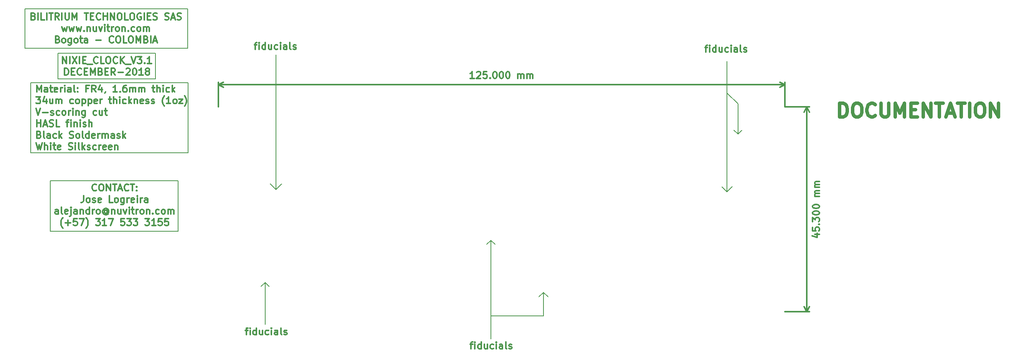
<source format=gbr>
G04 #@! TF.GenerationSoftware,KiCad,Pcbnew,(5.0.0)*
G04 #@! TF.CreationDate,2019-01-17T09:26:07-05:00*
G04 #@! TF.ProjectId,nixie_clock_3,6E697869655F636C6F636B5F332E6B69,rev?*
G04 #@! TF.SameCoordinates,PX3e8fa00PY66ce5c0*
G04 #@! TF.FileFunction,Other,ECO1*
%FSLAX46Y46*%
G04 Gerber Fmt 4.6, Leading zero omitted, Abs format (unit mm)*
G04 Created by KiCad (PCBNEW (5.0.0)) date 01/17/19 09:26:07*
%MOMM*%
%LPD*%
G01*
G04 APERTURE LIST*
%ADD10C,0.300000*%
%ADD11C,0.200000*%
%ADD12C,0.750000*%
G04 APERTURE END LIST*
D10*
X56428571Y51621429D02*
X55571428Y51621429D01*
X56000000Y51621429D02*
X56000000Y53121429D01*
X55857142Y52907143D01*
X55714285Y52764286D01*
X55571428Y52692858D01*
X57000000Y52978572D02*
X57071428Y53050000D01*
X57214285Y53121429D01*
X57571428Y53121429D01*
X57714285Y53050000D01*
X57785714Y52978572D01*
X57857142Y52835715D01*
X57857142Y52692858D01*
X57785714Y52478572D01*
X56928571Y51621429D01*
X57857142Y51621429D01*
X59214285Y53121429D02*
X58500000Y53121429D01*
X58428571Y52407143D01*
X58500000Y52478572D01*
X58642857Y52550000D01*
X59000000Y52550000D01*
X59142857Y52478572D01*
X59214285Y52407143D01*
X59285714Y52264286D01*
X59285714Y51907143D01*
X59214285Y51764286D01*
X59142857Y51692858D01*
X59000000Y51621429D01*
X58642857Y51621429D01*
X58500000Y51692858D01*
X58428571Y51764286D01*
X59928571Y51764286D02*
X60000000Y51692858D01*
X59928571Y51621429D01*
X59857142Y51692858D01*
X59928571Y51764286D01*
X59928571Y51621429D01*
X60928571Y53121429D02*
X61071428Y53121429D01*
X61214285Y53050000D01*
X61285714Y52978572D01*
X61357142Y52835715D01*
X61428571Y52550000D01*
X61428571Y52192858D01*
X61357142Y51907143D01*
X61285714Y51764286D01*
X61214285Y51692858D01*
X61071428Y51621429D01*
X60928571Y51621429D01*
X60785714Y51692858D01*
X60714285Y51764286D01*
X60642857Y51907143D01*
X60571428Y52192858D01*
X60571428Y52550000D01*
X60642857Y52835715D01*
X60714285Y52978572D01*
X60785714Y53050000D01*
X60928571Y53121429D01*
X62357142Y53121429D02*
X62500000Y53121429D01*
X62642857Y53050000D01*
X62714285Y52978572D01*
X62785714Y52835715D01*
X62857142Y52550000D01*
X62857142Y52192858D01*
X62785714Y51907143D01*
X62714285Y51764286D01*
X62642857Y51692858D01*
X62500000Y51621429D01*
X62357142Y51621429D01*
X62214285Y51692858D01*
X62142857Y51764286D01*
X62071428Y51907143D01*
X62000000Y52192858D01*
X62000000Y52550000D01*
X62071428Y52835715D01*
X62142857Y52978572D01*
X62214285Y53050000D01*
X62357142Y53121429D01*
X63785714Y53121429D02*
X63928571Y53121429D01*
X64071428Y53050000D01*
X64142857Y52978572D01*
X64214285Y52835715D01*
X64285714Y52550000D01*
X64285714Y52192858D01*
X64214285Y51907143D01*
X64142857Y51764286D01*
X64071428Y51692858D01*
X63928571Y51621429D01*
X63785714Y51621429D01*
X63642857Y51692858D01*
X63571428Y51764286D01*
X63500000Y51907143D01*
X63428571Y52192858D01*
X63428571Y52550000D01*
X63500000Y52835715D01*
X63571428Y52978572D01*
X63642857Y53050000D01*
X63785714Y53121429D01*
X66071428Y51621429D02*
X66071428Y52621429D01*
X66071428Y52478572D02*
X66142857Y52550000D01*
X66285714Y52621429D01*
X66500000Y52621429D01*
X66642857Y52550000D01*
X66714285Y52407143D01*
X66714285Y51621429D01*
X66714285Y52407143D02*
X66785714Y52550000D01*
X66928571Y52621429D01*
X67142857Y52621429D01*
X67285714Y52550000D01*
X67357142Y52407143D01*
X67357142Y51621429D01*
X68071428Y51621429D02*
X68071428Y52621429D01*
X68071428Y52478572D02*
X68142857Y52550000D01*
X68285714Y52621429D01*
X68500000Y52621429D01*
X68642857Y52550000D01*
X68714285Y52407143D01*
X68714285Y51621429D01*
X68714285Y52407143D02*
X68785714Y52550000D01*
X68928571Y52621429D01*
X69142857Y52621429D01*
X69285714Y52550000D01*
X69357142Y52407143D01*
X69357142Y51621429D01*
X125000000Y50200000D02*
X0Y50200000D01*
X125000000Y45300000D02*
X125000000Y50786421D01*
X0Y45300000D02*
X0Y50786421D01*
X0Y50200000D02*
X1126504Y50786421D01*
X0Y50200000D02*
X1126504Y49613579D01*
X125000000Y50200000D02*
X123873496Y50786421D01*
X125000000Y50200000D02*
X123873496Y49613579D01*
X131578571Y17150000D02*
X132578571Y17150000D01*
X131007142Y16792858D02*
X132078571Y16435715D01*
X132078571Y17364286D01*
X131078571Y18650000D02*
X131078571Y17935715D01*
X131792857Y17864286D01*
X131721428Y17935715D01*
X131650000Y18078572D01*
X131650000Y18435715D01*
X131721428Y18578572D01*
X131792857Y18650000D01*
X131935714Y18721429D01*
X132292857Y18721429D01*
X132435714Y18650000D01*
X132507142Y18578572D01*
X132578571Y18435715D01*
X132578571Y18078572D01*
X132507142Y17935715D01*
X132435714Y17864286D01*
X132435714Y19364286D02*
X132507142Y19435715D01*
X132578571Y19364286D01*
X132507142Y19292858D01*
X132435714Y19364286D01*
X132578571Y19364286D01*
X131078571Y19935715D02*
X131078571Y20864286D01*
X131650000Y20364286D01*
X131650000Y20578572D01*
X131721428Y20721429D01*
X131792857Y20792858D01*
X131935714Y20864286D01*
X132292857Y20864286D01*
X132435714Y20792858D01*
X132507142Y20721429D01*
X132578571Y20578572D01*
X132578571Y20150000D01*
X132507142Y20007143D01*
X132435714Y19935715D01*
X131078571Y21792858D02*
X131078571Y21935715D01*
X131150000Y22078572D01*
X131221428Y22150000D01*
X131364285Y22221429D01*
X131650000Y22292858D01*
X132007142Y22292858D01*
X132292857Y22221429D01*
X132435714Y22150000D01*
X132507142Y22078572D01*
X132578571Y21935715D01*
X132578571Y21792858D01*
X132507142Y21650000D01*
X132435714Y21578572D01*
X132292857Y21507143D01*
X132007142Y21435715D01*
X131650000Y21435715D01*
X131364285Y21507143D01*
X131221428Y21578572D01*
X131150000Y21650000D01*
X131078571Y21792858D01*
X131078571Y23221429D02*
X131078571Y23364286D01*
X131150000Y23507143D01*
X131221428Y23578572D01*
X131364285Y23650000D01*
X131650000Y23721429D01*
X132007142Y23721429D01*
X132292857Y23650000D01*
X132435714Y23578572D01*
X132507142Y23507143D01*
X132578571Y23364286D01*
X132578571Y23221429D01*
X132507142Y23078572D01*
X132435714Y23007143D01*
X132292857Y22935715D01*
X132007142Y22864286D01*
X131650000Y22864286D01*
X131364285Y22935715D01*
X131221428Y23007143D01*
X131150000Y23078572D01*
X131078571Y23221429D01*
X132578571Y25507143D02*
X131578571Y25507143D01*
X131721428Y25507143D02*
X131650000Y25578572D01*
X131578571Y25721429D01*
X131578571Y25935715D01*
X131650000Y26078572D01*
X131792857Y26150000D01*
X132578571Y26150000D01*
X131792857Y26150000D02*
X131650000Y26221429D01*
X131578571Y26364286D01*
X131578571Y26578572D01*
X131650000Y26721429D01*
X131792857Y26792858D01*
X132578571Y26792858D01*
X132578571Y27507143D02*
X131578571Y27507143D01*
X131721428Y27507143D02*
X131650000Y27578572D01*
X131578571Y27721429D01*
X131578571Y27935715D01*
X131650000Y28078572D01*
X131792857Y28150000D01*
X132578571Y28150000D01*
X131792857Y28150000D02*
X131650000Y28221429D01*
X131578571Y28364286D01*
X131578571Y28578572D01*
X131650000Y28721429D01*
X131792857Y28792858D01*
X132578571Y28792858D01*
X129800000Y0D02*
X129800000Y45300000D01*
X125000000Y0D02*
X130386421Y0D01*
X125000000Y45300000D02*
X130386421Y45300000D01*
X129800000Y45300000D02*
X130386421Y44173496D01*
X129800000Y45300000D02*
X129213579Y44173496D01*
X129800000Y0D02*
X130386421Y1126504D01*
X129800000Y0D02*
X129213579Y1126504D01*
D11*
X-35400000Y57200000D02*
X-34200000Y57200000D01*
X-35400000Y51500000D02*
X-35400000Y57200000D01*
X-34200000Y51500000D02*
X-35400000Y51500000D01*
X-13900000Y57200000D02*
X-15200000Y57200000D01*
X-13900000Y51500000D02*
X-13900000Y57200000D01*
X-15200000Y51500000D02*
X-13900000Y51500000D01*
D10*
X7921428Y59021429D02*
X8492857Y59021429D01*
X8135714Y58021429D02*
X8135714Y59307143D01*
X8207142Y59450000D01*
X8350000Y59521429D01*
X8492857Y59521429D01*
X8992857Y58021429D02*
X8992857Y59021429D01*
X8992857Y59521429D02*
X8921428Y59450000D01*
X8992857Y59378572D01*
X9064285Y59450000D01*
X8992857Y59521429D01*
X8992857Y59378572D01*
X10350000Y58021429D02*
X10350000Y59521429D01*
X10350000Y58092858D02*
X10207142Y58021429D01*
X9921428Y58021429D01*
X9778571Y58092858D01*
X9707142Y58164286D01*
X9635714Y58307143D01*
X9635714Y58735715D01*
X9707142Y58878572D01*
X9778571Y58950000D01*
X9921428Y59021429D01*
X10207142Y59021429D01*
X10350000Y58950000D01*
X11707142Y59021429D02*
X11707142Y58021429D01*
X11064285Y59021429D02*
X11064285Y58235715D01*
X11135714Y58092858D01*
X11278571Y58021429D01*
X11492857Y58021429D01*
X11635714Y58092858D01*
X11707142Y58164286D01*
X13064285Y58092858D02*
X12921428Y58021429D01*
X12635714Y58021429D01*
X12492857Y58092858D01*
X12421428Y58164286D01*
X12350000Y58307143D01*
X12350000Y58735715D01*
X12421428Y58878572D01*
X12492857Y58950000D01*
X12635714Y59021429D01*
X12921428Y59021429D01*
X13064285Y58950000D01*
X13707142Y58021429D02*
X13707142Y59021429D01*
X13707142Y59521429D02*
X13635714Y59450000D01*
X13707142Y59378572D01*
X13778571Y59450000D01*
X13707142Y59521429D01*
X13707142Y59378572D01*
X15064285Y58021429D02*
X15064285Y58807143D01*
X14992857Y58950000D01*
X14850000Y59021429D01*
X14564285Y59021429D01*
X14421428Y58950000D01*
X15064285Y58092858D02*
X14921428Y58021429D01*
X14564285Y58021429D01*
X14421428Y58092858D01*
X14350000Y58235715D01*
X14350000Y58378572D01*
X14421428Y58521429D01*
X14564285Y58592858D01*
X14921428Y58592858D01*
X15064285Y58664286D01*
X15992857Y58021429D02*
X15850000Y58092858D01*
X15778571Y58235715D01*
X15778571Y59521429D01*
X16492857Y58092858D02*
X16635714Y58021429D01*
X16921428Y58021429D01*
X17064285Y58092858D01*
X17135714Y58235715D01*
X17135714Y58307143D01*
X17064285Y58450000D01*
X16921428Y58521429D01*
X16707142Y58521429D01*
X16564285Y58592858D01*
X16492857Y58735715D01*
X16492857Y58807143D01*
X16564285Y58950000D01*
X16707142Y59021429D01*
X16921428Y59021429D01*
X17064285Y58950000D01*
X107321428Y58421429D02*
X107892857Y58421429D01*
X107535714Y57421429D02*
X107535714Y58707143D01*
X107607142Y58850000D01*
X107750000Y58921429D01*
X107892857Y58921429D01*
X108392857Y57421429D02*
X108392857Y58421429D01*
X108392857Y58921429D02*
X108321428Y58850000D01*
X108392857Y58778572D01*
X108464285Y58850000D01*
X108392857Y58921429D01*
X108392857Y58778572D01*
X109750000Y57421429D02*
X109750000Y58921429D01*
X109750000Y57492858D02*
X109607142Y57421429D01*
X109321428Y57421429D01*
X109178571Y57492858D01*
X109107142Y57564286D01*
X109035714Y57707143D01*
X109035714Y58135715D01*
X109107142Y58278572D01*
X109178571Y58350000D01*
X109321428Y58421429D01*
X109607142Y58421429D01*
X109750000Y58350000D01*
X111107142Y58421429D02*
X111107142Y57421429D01*
X110464285Y58421429D02*
X110464285Y57635715D01*
X110535714Y57492858D01*
X110678571Y57421429D01*
X110892857Y57421429D01*
X111035714Y57492858D01*
X111107142Y57564286D01*
X112464285Y57492858D02*
X112321428Y57421429D01*
X112035714Y57421429D01*
X111892857Y57492858D01*
X111821428Y57564286D01*
X111750000Y57707143D01*
X111750000Y58135715D01*
X111821428Y58278572D01*
X111892857Y58350000D01*
X112035714Y58421429D01*
X112321428Y58421429D01*
X112464285Y58350000D01*
X113107142Y57421429D02*
X113107142Y58421429D01*
X113107142Y58921429D02*
X113035714Y58850000D01*
X113107142Y58778572D01*
X113178571Y58850000D01*
X113107142Y58921429D01*
X113107142Y58778572D01*
X114464285Y57421429D02*
X114464285Y58207143D01*
X114392857Y58350000D01*
X114250000Y58421429D01*
X113964285Y58421429D01*
X113821428Y58350000D01*
X114464285Y57492858D02*
X114321428Y57421429D01*
X113964285Y57421429D01*
X113821428Y57492858D01*
X113750000Y57635715D01*
X113750000Y57778572D01*
X113821428Y57921429D01*
X113964285Y57992858D01*
X114321428Y57992858D01*
X114464285Y58064286D01*
X115392857Y57421429D02*
X115250000Y57492858D01*
X115178571Y57635715D01*
X115178571Y58921429D01*
X115892857Y57492858D02*
X116035714Y57421429D01*
X116321428Y57421429D01*
X116464285Y57492858D01*
X116535714Y57635715D01*
X116535714Y57707143D01*
X116464285Y57850000D01*
X116321428Y57921429D01*
X116107142Y57921429D01*
X115964285Y57992858D01*
X115892857Y58135715D01*
X115892857Y58207143D01*
X115964285Y58350000D01*
X116107142Y58421429D01*
X116321428Y58421429D01*
X116464285Y58350000D01*
X5921428Y-4078571D02*
X6492857Y-4078571D01*
X6135714Y-5078571D02*
X6135714Y-3792857D01*
X6207142Y-3650000D01*
X6350000Y-3578571D01*
X6492857Y-3578571D01*
X6992857Y-5078571D02*
X6992857Y-4078571D01*
X6992857Y-3578571D02*
X6921428Y-3650000D01*
X6992857Y-3721428D01*
X7064285Y-3650000D01*
X6992857Y-3578571D01*
X6992857Y-3721428D01*
X8350000Y-5078571D02*
X8350000Y-3578571D01*
X8350000Y-5007142D02*
X8207142Y-5078571D01*
X7921428Y-5078571D01*
X7778571Y-5007142D01*
X7707142Y-4935714D01*
X7635714Y-4792857D01*
X7635714Y-4364285D01*
X7707142Y-4221428D01*
X7778571Y-4150000D01*
X7921428Y-4078571D01*
X8207142Y-4078571D01*
X8350000Y-4150000D01*
X9707142Y-4078571D02*
X9707142Y-5078571D01*
X9064285Y-4078571D02*
X9064285Y-4864285D01*
X9135714Y-5007142D01*
X9278571Y-5078571D01*
X9492857Y-5078571D01*
X9635714Y-5007142D01*
X9707142Y-4935714D01*
X11064285Y-5007142D02*
X10921428Y-5078571D01*
X10635714Y-5078571D01*
X10492857Y-5007142D01*
X10421428Y-4935714D01*
X10350000Y-4792857D01*
X10350000Y-4364285D01*
X10421428Y-4221428D01*
X10492857Y-4150000D01*
X10635714Y-4078571D01*
X10921428Y-4078571D01*
X11064285Y-4150000D01*
X11707142Y-5078571D02*
X11707142Y-4078571D01*
X11707142Y-3578571D02*
X11635714Y-3650000D01*
X11707142Y-3721428D01*
X11778571Y-3650000D01*
X11707142Y-3578571D01*
X11707142Y-3721428D01*
X13064285Y-5078571D02*
X13064285Y-4292857D01*
X12992857Y-4150000D01*
X12850000Y-4078571D01*
X12564285Y-4078571D01*
X12421428Y-4150000D01*
X13064285Y-5007142D02*
X12921428Y-5078571D01*
X12564285Y-5078571D01*
X12421428Y-5007142D01*
X12350000Y-4864285D01*
X12350000Y-4721428D01*
X12421428Y-4578571D01*
X12564285Y-4507142D01*
X12921428Y-4507142D01*
X13064285Y-4435714D01*
X13992857Y-5078571D02*
X13850000Y-5007142D01*
X13778571Y-4864285D01*
X13778571Y-3578571D01*
X14492857Y-5007142D02*
X14635714Y-5078571D01*
X14921428Y-5078571D01*
X15064285Y-5007142D01*
X15135714Y-4864285D01*
X15135714Y-4792857D01*
X15064285Y-4650000D01*
X14921428Y-4578571D01*
X14707142Y-4578571D01*
X14564285Y-4507142D01*
X14492857Y-4364285D01*
X14492857Y-4292857D01*
X14564285Y-4150000D01*
X14707142Y-4078571D01*
X14921428Y-4078571D01*
X15064285Y-4150000D01*
D11*
X10300000Y-2800000D02*
X10300000Y-2800000D01*
X10300000Y6500000D02*
X10300000Y-2800000D01*
X11200000Y5600000D02*
X11200000Y5600000D01*
X10300000Y6500000D02*
X11200000Y5600000D01*
X9400000Y5600000D02*
X9400000Y5600000D01*
X10300000Y6500000D02*
X9400000Y5600000D01*
X115500000Y40200000D02*
X115500000Y40200000D01*
X114600000Y39300000D02*
X115500000Y40200000D01*
X113700000Y40200000D02*
X113700000Y40200000D01*
X114600000Y39300000D02*
X113700000Y40200000D01*
X112200000Y48400000D02*
X114600000Y46000000D01*
X114600000Y39300000D02*
X114600000Y46000000D01*
X111100000Y27600000D02*
X111100000Y27600000D01*
X112200000Y26500000D02*
X111100000Y27600000D01*
X113400000Y27700000D02*
X113400000Y27700000D01*
X112200000Y26500000D02*
X113400000Y27700000D01*
X112200000Y55400000D02*
X112200000Y55400000D01*
X112200000Y26500000D02*
X112200000Y55400000D01*
X14000000Y28300000D02*
X14000000Y28300000D01*
X12700000Y27000000D02*
X14000000Y28300000D01*
X11400000Y28300000D02*
X11400000Y28300000D01*
X12700000Y27000000D02*
X11400000Y28300000D01*
X12700000Y56800000D02*
X12700000Y56800000D01*
X12700000Y27000000D02*
X12700000Y56800000D01*
D10*
X55521428Y-7178571D02*
X56092857Y-7178571D01*
X55735714Y-8178571D02*
X55735714Y-6892857D01*
X55807142Y-6750000D01*
X55950000Y-6678571D01*
X56092857Y-6678571D01*
X56592857Y-8178571D02*
X56592857Y-7178571D01*
X56592857Y-6678571D02*
X56521428Y-6750000D01*
X56592857Y-6821428D01*
X56664285Y-6750000D01*
X56592857Y-6678571D01*
X56592857Y-6821428D01*
X57950000Y-8178571D02*
X57950000Y-6678571D01*
X57950000Y-8107142D02*
X57807142Y-8178571D01*
X57521428Y-8178571D01*
X57378571Y-8107142D01*
X57307142Y-8035714D01*
X57235714Y-7892857D01*
X57235714Y-7464285D01*
X57307142Y-7321428D01*
X57378571Y-7250000D01*
X57521428Y-7178571D01*
X57807142Y-7178571D01*
X57950000Y-7250000D01*
X59307142Y-7178571D02*
X59307142Y-8178571D01*
X58664285Y-7178571D02*
X58664285Y-7964285D01*
X58735714Y-8107142D01*
X58878571Y-8178571D01*
X59092857Y-8178571D01*
X59235714Y-8107142D01*
X59307142Y-8035714D01*
X60664285Y-8107142D02*
X60521428Y-8178571D01*
X60235714Y-8178571D01*
X60092857Y-8107142D01*
X60021428Y-8035714D01*
X59950000Y-7892857D01*
X59950000Y-7464285D01*
X60021428Y-7321428D01*
X60092857Y-7250000D01*
X60235714Y-7178571D01*
X60521428Y-7178571D01*
X60664285Y-7250000D01*
X61307142Y-8178571D02*
X61307142Y-7178571D01*
X61307142Y-6678571D02*
X61235714Y-6750000D01*
X61307142Y-6821428D01*
X61378571Y-6750000D01*
X61307142Y-6678571D01*
X61307142Y-6821428D01*
X62664285Y-8178571D02*
X62664285Y-7392857D01*
X62592857Y-7250000D01*
X62450000Y-7178571D01*
X62164285Y-7178571D01*
X62021428Y-7250000D01*
X62664285Y-8107142D02*
X62521428Y-8178571D01*
X62164285Y-8178571D01*
X62021428Y-8107142D01*
X61950000Y-7964285D01*
X61950000Y-7821428D01*
X62021428Y-7678571D01*
X62164285Y-7607142D01*
X62521428Y-7607142D01*
X62664285Y-7535714D01*
X63592857Y-8178571D02*
X63450000Y-8107142D01*
X63378571Y-7964285D01*
X63378571Y-6678571D01*
X64092857Y-8107142D02*
X64235714Y-8178571D01*
X64521428Y-8178571D01*
X64664285Y-8107142D01*
X64735714Y-7964285D01*
X64735714Y-7892857D01*
X64664285Y-7750000D01*
X64521428Y-7678571D01*
X64307142Y-7678571D01*
X64164285Y-7607142D01*
X64092857Y-7464285D01*
X64092857Y-7392857D01*
X64164285Y-7250000D01*
X64307142Y-7178571D01*
X64521428Y-7178571D01*
X64664285Y-7250000D01*
D11*
X60100000Y-900000D02*
X60100000Y-900000D01*
X71700000Y-900000D02*
X60100000Y-900000D01*
X71700000Y4300000D02*
X71700000Y-900000D01*
X72700000Y3300000D02*
X72700000Y3300000D01*
X71700000Y4300000D02*
X72700000Y3300000D01*
X70700000Y3300000D02*
X70700000Y3300000D01*
X71700000Y4300000D02*
X70700000Y3300000D01*
X60100000Y-6000000D02*
X60100000Y-6000000D01*
X60100000Y15800000D02*
X60100000Y-6000000D01*
X61000000Y14900000D02*
X61000000Y14900000D01*
X60100000Y15800000D02*
X61000000Y14900000D01*
X59200000Y14900000D02*
X59200000Y14900000D01*
X60100000Y15800000D02*
X59200000Y14900000D01*
X-35400000Y17800000D02*
X-35400000Y17800000D01*
X-37100000Y17800000D02*
X-35400000Y17800000D01*
X-37100000Y29000000D02*
X-37100000Y17800000D01*
X-8900000Y29000000D02*
X-37100000Y29000000D01*
X-8900000Y17800000D02*
X-8900000Y29000000D01*
X-35400000Y17800000D02*
X-8900000Y17800000D01*
X-37800000Y50700000D02*
X-37800000Y50700000D01*
X-41400000Y50700000D02*
X-37800000Y50700000D01*
X-41400000Y35200000D02*
X-41400000Y50700000D01*
X-6700000Y35200000D02*
X-41400000Y35200000D01*
X-6700000Y50700000D02*
X-6700000Y35200000D01*
X-37800000Y50700000D02*
X-6700000Y50700000D01*
X-31600000Y57200000D02*
X-31600000Y57200000D01*
X-34200000Y57200000D02*
X-31600000Y57200000D01*
X-15200000Y51500000D02*
X-34200000Y51500000D01*
X-31600000Y57200000D02*
X-15200000Y57200000D01*
X-42600000Y67000000D02*
X-42600000Y67000000D01*
X-42700000Y67000000D02*
X-42600000Y67000000D01*
X-42700000Y58300000D02*
X-42700000Y67000000D01*
X-6800000Y58300000D02*
X-42700000Y58300000D01*
X-6800000Y67000000D02*
X-6800000Y58300000D01*
X-42600000Y67000000D02*
X-6800000Y67000000D01*
D10*
X-26900000Y26889286D02*
X-26971429Y26817858D01*
X-27185715Y26746429D01*
X-27328572Y26746429D01*
X-27542858Y26817858D01*
X-27685715Y26960715D01*
X-27757143Y27103572D01*
X-27828572Y27389286D01*
X-27828572Y27603572D01*
X-27757143Y27889286D01*
X-27685715Y28032143D01*
X-27542858Y28175000D01*
X-27328572Y28246429D01*
X-27185715Y28246429D01*
X-26971429Y28175000D01*
X-26900000Y28103572D01*
X-25971429Y28246429D02*
X-25685715Y28246429D01*
X-25542858Y28175000D01*
X-25400000Y28032143D01*
X-25328572Y27746429D01*
X-25328572Y27246429D01*
X-25400000Y26960715D01*
X-25542858Y26817858D01*
X-25685715Y26746429D01*
X-25971429Y26746429D01*
X-26114286Y26817858D01*
X-26257143Y26960715D01*
X-26328572Y27246429D01*
X-26328572Y27746429D01*
X-26257143Y28032143D01*
X-26114286Y28175000D01*
X-25971429Y28246429D01*
X-24685715Y26746429D02*
X-24685715Y28246429D01*
X-23828572Y26746429D01*
X-23828572Y28246429D01*
X-23328572Y28246429D02*
X-22471429Y28246429D01*
X-22900000Y26746429D02*
X-22900000Y28246429D01*
X-22042858Y27175000D02*
X-21328572Y27175000D01*
X-22185715Y26746429D02*
X-21685715Y28246429D01*
X-21185715Y26746429D01*
X-19828572Y26889286D02*
X-19900000Y26817858D01*
X-20114286Y26746429D01*
X-20257143Y26746429D01*
X-20471429Y26817858D01*
X-20614286Y26960715D01*
X-20685715Y27103572D01*
X-20757143Y27389286D01*
X-20757143Y27603572D01*
X-20685715Y27889286D01*
X-20614286Y28032143D01*
X-20471429Y28175000D01*
X-20257143Y28246429D01*
X-20114286Y28246429D01*
X-19900000Y28175000D01*
X-19828572Y28103572D01*
X-19400000Y28246429D02*
X-18542858Y28246429D01*
X-18971429Y26746429D02*
X-18971429Y28246429D01*
X-18042858Y26889286D02*
X-17971429Y26817858D01*
X-18042858Y26746429D01*
X-18114286Y26817858D01*
X-18042858Y26889286D01*
X-18042858Y26746429D01*
X-18042858Y27675000D02*
X-17971429Y27603572D01*
X-18042858Y27532143D01*
X-18114286Y27603572D01*
X-18042858Y27675000D01*
X-18042858Y27532143D01*
X-29757143Y25696429D02*
X-29757143Y24625000D01*
X-29828572Y24410715D01*
X-29971429Y24267858D01*
X-30185715Y24196429D01*
X-30328572Y24196429D01*
X-28828572Y24196429D02*
X-28971429Y24267858D01*
X-29042858Y24339286D01*
X-29114286Y24482143D01*
X-29114286Y24910715D01*
X-29042858Y25053572D01*
X-28971429Y25125000D01*
X-28828572Y25196429D01*
X-28614286Y25196429D01*
X-28471429Y25125000D01*
X-28400000Y25053572D01*
X-28328572Y24910715D01*
X-28328572Y24482143D01*
X-28400000Y24339286D01*
X-28471429Y24267858D01*
X-28614286Y24196429D01*
X-28828572Y24196429D01*
X-27757143Y24267858D02*
X-27614286Y24196429D01*
X-27328572Y24196429D01*
X-27185715Y24267858D01*
X-27114286Y24410715D01*
X-27114286Y24482143D01*
X-27185715Y24625000D01*
X-27328572Y24696429D01*
X-27542858Y24696429D01*
X-27685715Y24767858D01*
X-27757143Y24910715D01*
X-27757143Y24982143D01*
X-27685715Y25125000D01*
X-27542858Y25196429D01*
X-27328572Y25196429D01*
X-27185715Y25125000D01*
X-25900000Y24267858D02*
X-26042858Y24196429D01*
X-26328572Y24196429D01*
X-26471429Y24267858D01*
X-26542858Y24410715D01*
X-26542858Y24982143D01*
X-26471429Y25125000D01*
X-26328572Y25196429D01*
X-26042858Y25196429D01*
X-25900000Y25125000D01*
X-25828572Y24982143D01*
X-25828572Y24839286D01*
X-26542858Y24696429D01*
X-23328572Y24196429D02*
X-24042858Y24196429D01*
X-24042858Y25696429D01*
X-22614286Y24196429D02*
X-22757143Y24267858D01*
X-22828572Y24339286D01*
X-22900000Y24482143D01*
X-22900000Y24910715D01*
X-22828572Y25053572D01*
X-22757143Y25125000D01*
X-22614286Y25196429D01*
X-22400000Y25196429D01*
X-22257143Y25125000D01*
X-22185715Y25053572D01*
X-22114286Y24910715D01*
X-22114286Y24482143D01*
X-22185715Y24339286D01*
X-22257143Y24267858D01*
X-22400000Y24196429D01*
X-22614286Y24196429D01*
X-20828572Y25196429D02*
X-20828572Y23982143D01*
X-20900000Y23839286D01*
X-20971429Y23767858D01*
X-21114286Y23696429D01*
X-21328572Y23696429D01*
X-21471429Y23767858D01*
X-20828572Y24267858D02*
X-20971429Y24196429D01*
X-21257143Y24196429D01*
X-21400000Y24267858D01*
X-21471429Y24339286D01*
X-21542858Y24482143D01*
X-21542858Y24910715D01*
X-21471429Y25053572D01*
X-21400000Y25125000D01*
X-21257143Y25196429D01*
X-20971429Y25196429D01*
X-20828572Y25125000D01*
X-20114286Y24196429D02*
X-20114286Y25196429D01*
X-20114286Y24910715D02*
X-20042858Y25053572D01*
X-19971429Y25125000D01*
X-19828572Y25196429D01*
X-19685715Y25196429D01*
X-18614286Y24267858D02*
X-18757143Y24196429D01*
X-19042858Y24196429D01*
X-19185715Y24267858D01*
X-19257143Y24410715D01*
X-19257143Y24982143D01*
X-19185715Y25125000D01*
X-19042858Y25196429D01*
X-18757143Y25196429D01*
X-18614286Y25125000D01*
X-18542858Y24982143D01*
X-18542858Y24839286D01*
X-19257143Y24696429D01*
X-17900000Y24196429D02*
X-17900000Y25196429D01*
X-17900000Y25696429D02*
X-17971429Y25625000D01*
X-17900000Y25553572D01*
X-17828572Y25625000D01*
X-17900000Y25696429D01*
X-17900000Y25553572D01*
X-17185715Y24196429D02*
X-17185715Y25196429D01*
X-17185715Y24910715D02*
X-17114286Y25053572D01*
X-17042858Y25125000D01*
X-16900000Y25196429D01*
X-16757143Y25196429D01*
X-15614286Y24196429D02*
X-15614286Y24982143D01*
X-15685715Y25125000D01*
X-15828572Y25196429D01*
X-16114286Y25196429D01*
X-16257143Y25125000D01*
X-15614286Y24267858D02*
X-15757143Y24196429D01*
X-16114286Y24196429D01*
X-16257143Y24267858D01*
X-16328572Y24410715D01*
X-16328572Y24553572D01*
X-16257143Y24696429D01*
X-16114286Y24767858D01*
X-15757143Y24767858D01*
X-15614286Y24839286D01*
X-35328572Y21646429D02*
X-35328572Y22432143D01*
X-35400000Y22575000D01*
X-35542858Y22646429D01*
X-35828572Y22646429D01*
X-35971429Y22575000D01*
X-35328572Y21717858D02*
X-35471429Y21646429D01*
X-35828572Y21646429D01*
X-35971429Y21717858D01*
X-36042858Y21860715D01*
X-36042858Y22003572D01*
X-35971429Y22146429D01*
X-35828572Y22217858D01*
X-35471429Y22217858D01*
X-35328572Y22289286D01*
X-34400000Y21646429D02*
X-34542858Y21717858D01*
X-34614286Y21860715D01*
X-34614286Y23146429D01*
X-33257143Y21717858D02*
X-33400000Y21646429D01*
X-33685715Y21646429D01*
X-33828572Y21717858D01*
X-33900000Y21860715D01*
X-33900000Y22432143D01*
X-33828572Y22575000D01*
X-33685715Y22646429D01*
X-33400000Y22646429D01*
X-33257143Y22575000D01*
X-33185715Y22432143D01*
X-33185715Y22289286D01*
X-33900000Y22146429D01*
X-32542858Y22646429D02*
X-32542858Y21360715D01*
X-32614286Y21217858D01*
X-32757143Y21146429D01*
X-32828572Y21146429D01*
X-32542858Y23146429D02*
X-32614286Y23075000D01*
X-32542858Y23003572D01*
X-32471429Y23075000D01*
X-32542858Y23146429D01*
X-32542858Y23003572D01*
X-31185715Y21646429D02*
X-31185715Y22432143D01*
X-31257143Y22575000D01*
X-31400000Y22646429D01*
X-31685715Y22646429D01*
X-31828572Y22575000D01*
X-31185715Y21717858D02*
X-31328572Y21646429D01*
X-31685715Y21646429D01*
X-31828572Y21717858D01*
X-31900000Y21860715D01*
X-31900000Y22003572D01*
X-31828572Y22146429D01*
X-31685715Y22217858D01*
X-31328572Y22217858D01*
X-31185715Y22289286D01*
X-30471429Y22646429D02*
X-30471429Y21646429D01*
X-30471429Y22503572D02*
X-30400000Y22575000D01*
X-30257143Y22646429D01*
X-30042858Y22646429D01*
X-29900000Y22575000D01*
X-29828572Y22432143D01*
X-29828572Y21646429D01*
X-28471429Y21646429D02*
X-28471429Y23146429D01*
X-28471429Y21717858D02*
X-28614286Y21646429D01*
X-28900000Y21646429D01*
X-29042858Y21717858D01*
X-29114286Y21789286D01*
X-29185715Y21932143D01*
X-29185715Y22360715D01*
X-29114286Y22503572D01*
X-29042858Y22575000D01*
X-28900000Y22646429D01*
X-28614286Y22646429D01*
X-28471429Y22575000D01*
X-27757143Y21646429D02*
X-27757143Y22646429D01*
X-27757143Y22360715D02*
X-27685715Y22503572D01*
X-27614286Y22575000D01*
X-27471429Y22646429D01*
X-27328572Y22646429D01*
X-26614286Y21646429D02*
X-26757143Y21717858D01*
X-26828572Y21789286D01*
X-26900000Y21932143D01*
X-26900000Y22360715D01*
X-26828572Y22503572D01*
X-26757143Y22575000D01*
X-26614286Y22646429D01*
X-26400000Y22646429D01*
X-26257143Y22575000D01*
X-26185715Y22503572D01*
X-26114286Y22360715D01*
X-26114286Y21932143D01*
X-26185715Y21789286D01*
X-26257143Y21717858D01*
X-26400000Y21646429D01*
X-26614286Y21646429D01*
X-24542858Y22360715D02*
X-24614286Y22432143D01*
X-24757143Y22503572D01*
X-24900000Y22503572D01*
X-25042858Y22432143D01*
X-25114286Y22360715D01*
X-25185715Y22217858D01*
X-25185715Y22075000D01*
X-25114286Y21932143D01*
X-25042858Y21860715D01*
X-24900000Y21789286D01*
X-24757143Y21789286D01*
X-24614286Y21860715D01*
X-24542858Y21932143D01*
X-24542858Y22503572D02*
X-24542858Y21932143D01*
X-24471429Y21860715D01*
X-24400000Y21860715D01*
X-24257143Y21932143D01*
X-24185715Y22075000D01*
X-24185715Y22432143D01*
X-24328572Y22646429D01*
X-24542858Y22789286D01*
X-24828572Y22860715D01*
X-25114286Y22789286D01*
X-25328572Y22646429D01*
X-25471429Y22432143D01*
X-25542858Y22146429D01*
X-25471429Y21860715D01*
X-25328572Y21646429D01*
X-25114286Y21503572D01*
X-24828572Y21432143D01*
X-24542858Y21503572D01*
X-24328572Y21646429D01*
X-23542858Y22646429D02*
X-23542858Y21646429D01*
X-23542858Y22503572D02*
X-23471429Y22575000D01*
X-23328572Y22646429D01*
X-23114286Y22646429D01*
X-22971429Y22575000D01*
X-22900000Y22432143D01*
X-22900000Y21646429D01*
X-21542858Y22646429D02*
X-21542858Y21646429D01*
X-22185715Y22646429D02*
X-22185715Y21860715D01*
X-22114286Y21717858D01*
X-21971429Y21646429D01*
X-21757143Y21646429D01*
X-21614286Y21717858D01*
X-21542858Y21789286D01*
X-20971429Y22646429D02*
X-20614286Y21646429D01*
X-20257143Y22646429D01*
X-19685715Y21646429D02*
X-19685715Y22646429D01*
X-19685715Y23146429D02*
X-19757143Y23075000D01*
X-19685715Y23003572D01*
X-19614286Y23075000D01*
X-19685715Y23146429D01*
X-19685715Y23003572D01*
X-19185715Y22646429D02*
X-18614286Y22646429D01*
X-18971429Y23146429D02*
X-18971429Y21860715D01*
X-18900000Y21717858D01*
X-18757143Y21646429D01*
X-18614286Y21646429D01*
X-18114286Y21646429D02*
X-18114286Y22646429D01*
X-18114286Y22360715D02*
X-18042858Y22503572D01*
X-17971429Y22575000D01*
X-17828572Y22646429D01*
X-17685715Y22646429D01*
X-16971429Y21646429D02*
X-17114286Y21717858D01*
X-17185715Y21789286D01*
X-17257143Y21932143D01*
X-17257143Y22360715D01*
X-17185715Y22503572D01*
X-17114286Y22575000D01*
X-16971429Y22646429D01*
X-16757143Y22646429D01*
X-16614286Y22575000D01*
X-16542858Y22503572D01*
X-16471429Y22360715D01*
X-16471429Y21932143D01*
X-16542858Y21789286D01*
X-16614286Y21717858D01*
X-16757143Y21646429D01*
X-16971429Y21646429D01*
X-15828572Y22646429D02*
X-15828572Y21646429D01*
X-15828572Y22503572D02*
X-15757143Y22575000D01*
X-15614286Y22646429D01*
X-15400000Y22646429D01*
X-15257143Y22575000D01*
X-15185715Y22432143D01*
X-15185715Y21646429D01*
X-14471429Y21789286D02*
X-14400000Y21717858D01*
X-14471429Y21646429D01*
X-14542858Y21717858D01*
X-14471429Y21789286D01*
X-14471429Y21646429D01*
X-13114286Y21717858D02*
X-13257143Y21646429D01*
X-13542858Y21646429D01*
X-13685715Y21717858D01*
X-13757143Y21789286D01*
X-13828572Y21932143D01*
X-13828572Y22360715D01*
X-13757143Y22503572D01*
X-13685715Y22575000D01*
X-13542858Y22646429D01*
X-13257143Y22646429D01*
X-13114286Y22575000D01*
X-12257143Y21646429D02*
X-12400000Y21717858D01*
X-12471429Y21789286D01*
X-12542858Y21932143D01*
X-12542858Y22360715D01*
X-12471429Y22503572D01*
X-12400000Y22575000D01*
X-12257143Y22646429D01*
X-12042858Y22646429D01*
X-11900000Y22575000D01*
X-11828572Y22503572D01*
X-11757143Y22360715D01*
X-11757143Y21932143D01*
X-11828572Y21789286D01*
X-11900000Y21717858D01*
X-12042858Y21646429D01*
X-12257143Y21646429D01*
X-11114286Y21646429D02*
X-11114286Y22646429D01*
X-11114286Y22503572D02*
X-11042858Y22575000D01*
X-10900000Y22646429D01*
X-10685715Y22646429D01*
X-10542858Y22575000D01*
X-10471429Y22432143D01*
X-10471429Y21646429D01*
X-10471429Y22432143D02*
X-10400000Y22575000D01*
X-10257143Y22646429D01*
X-10042858Y22646429D01*
X-9900000Y22575000D01*
X-9828572Y22432143D01*
X-9828572Y21646429D01*
X-34328572Y18525000D02*
X-34400001Y18596429D01*
X-34542858Y18810715D01*
X-34614286Y18953572D01*
X-34685715Y19167858D01*
X-34757143Y19525000D01*
X-34757143Y19810715D01*
X-34685715Y20167858D01*
X-34614286Y20382143D01*
X-34542858Y20525000D01*
X-34400001Y20739286D01*
X-34328572Y20810715D01*
X-33757143Y19667858D02*
X-32614286Y19667858D01*
X-33185715Y19096429D02*
X-33185715Y20239286D01*
X-31185715Y20596429D02*
X-31900000Y20596429D01*
X-31971429Y19882143D01*
X-31900000Y19953572D01*
X-31757143Y20025000D01*
X-31400000Y20025000D01*
X-31257143Y19953572D01*
X-31185715Y19882143D01*
X-31114286Y19739286D01*
X-31114286Y19382143D01*
X-31185715Y19239286D01*
X-31257143Y19167858D01*
X-31400000Y19096429D01*
X-31757143Y19096429D01*
X-31900000Y19167858D01*
X-31971429Y19239286D01*
X-30614286Y20596429D02*
X-29614286Y20596429D01*
X-30257143Y19096429D01*
X-29185715Y18525000D02*
X-29114286Y18596429D01*
X-28971429Y18810715D01*
X-28900000Y18953572D01*
X-28828572Y19167858D01*
X-28757143Y19525000D01*
X-28757143Y19810715D01*
X-28828572Y20167858D01*
X-28900000Y20382143D01*
X-28971429Y20525000D01*
X-29114286Y20739286D01*
X-29185715Y20810715D01*
X-27042858Y20596429D02*
X-26114286Y20596429D01*
X-26614286Y20025000D01*
X-26400000Y20025000D01*
X-26257143Y19953572D01*
X-26185715Y19882143D01*
X-26114286Y19739286D01*
X-26114286Y19382143D01*
X-26185715Y19239286D01*
X-26257143Y19167858D01*
X-26400000Y19096429D01*
X-26828572Y19096429D01*
X-26971429Y19167858D01*
X-27042858Y19239286D01*
X-24685715Y19096429D02*
X-25542858Y19096429D01*
X-25114286Y19096429D02*
X-25114286Y20596429D01*
X-25257143Y20382143D01*
X-25400000Y20239286D01*
X-25542858Y20167858D01*
X-24185715Y20596429D02*
X-23185715Y20596429D01*
X-23828572Y19096429D01*
X-20757143Y20596429D02*
X-21471429Y20596429D01*
X-21542858Y19882143D01*
X-21471429Y19953572D01*
X-21328572Y20025000D01*
X-20971429Y20025000D01*
X-20828572Y19953572D01*
X-20757143Y19882143D01*
X-20685715Y19739286D01*
X-20685715Y19382143D01*
X-20757143Y19239286D01*
X-20828572Y19167858D01*
X-20971429Y19096429D01*
X-21328572Y19096429D01*
X-21471429Y19167858D01*
X-21542858Y19239286D01*
X-20185715Y20596429D02*
X-19257143Y20596429D01*
X-19757143Y20025000D01*
X-19542858Y20025000D01*
X-19400000Y19953572D01*
X-19328572Y19882143D01*
X-19257143Y19739286D01*
X-19257143Y19382143D01*
X-19328572Y19239286D01*
X-19400000Y19167858D01*
X-19542858Y19096429D01*
X-19971429Y19096429D01*
X-20114286Y19167858D01*
X-20185715Y19239286D01*
X-18757143Y20596429D02*
X-17828572Y20596429D01*
X-18328572Y20025000D01*
X-18114286Y20025000D01*
X-17971429Y19953572D01*
X-17900000Y19882143D01*
X-17828572Y19739286D01*
X-17828572Y19382143D01*
X-17900000Y19239286D01*
X-17971429Y19167858D01*
X-18114286Y19096429D01*
X-18542858Y19096429D01*
X-18685715Y19167858D01*
X-18757143Y19239286D01*
X-16185715Y20596429D02*
X-15257143Y20596429D01*
X-15757143Y20025000D01*
X-15542858Y20025000D01*
X-15400000Y19953572D01*
X-15328572Y19882143D01*
X-15257143Y19739286D01*
X-15257143Y19382143D01*
X-15328572Y19239286D01*
X-15400000Y19167858D01*
X-15542858Y19096429D01*
X-15971429Y19096429D01*
X-16114286Y19167858D01*
X-16185715Y19239286D01*
X-13828572Y19096429D02*
X-14685715Y19096429D01*
X-14257143Y19096429D02*
X-14257143Y20596429D01*
X-14400000Y20382143D01*
X-14542858Y20239286D01*
X-14685715Y20167858D01*
X-12471429Y20596429D02*
X-13185715Y20596429D01*
X-13257143Y19882143D01*
X-13185715Y19953572D01*
X-13042858Y20025000D01*
X-12685715Y20025000D01*
X-12542858Y19953572D01*
X-12471429Y19882143D01*
X-12400000Y19739286D01*
X-12400000Y19382143D01*
X-12471429Y19239286D01*
X-12542858Y19167858D01*
X-12685715Y19096429D01*
X-13042858Y19096429D01*
X-13185715Y19167858D01*
X-13257143Y19239286D01*
X-11042858Y20596429D02*
X-11757143Y20596429D01*
X-11828572Y19882143D01*
X-11757143Y19953572D01*
X-11614286Y20025000D01*
X-11257143Y20025000D01*
X-11114286Y19953572D01*
X-11042858Y19882143D01*
X-10971429Y19739286D01*
X-10971429Y19382143D01*
X-11042858Y19239286D01*
X-11114286Y19167858D01*
X-11257143Y19096429D01*
X-11614286Y19096429D01*
X-11757143Y19167858D01*
X-11828572Y19239286D01*
X-40047858Y48596429D02*
X-40047858Y50096429D01*
X-39547858Y49025000D01*
X-39047858Y50096429D01*
X-39047858Y48596429D01*
X-37690715Y48596429D02*
X-37690715Y49382143D01*
X-37762143Y49525000D01*
X-37905000Y49596429D01*
X-38190715Y49596429D01*
X-38333572Y49525000D01*
X-37690715Y48667858D02*
X-37833572Y48596429D01*
X-38190715Y48596429D01*
X-38333572Y48667858D01*
X-38405000Y48810715D01*
X-38405000Y48953572D01*
X-38333572Y49096429D01*
X-38190715Y49167858D01*
X-37833572Y49167858D01*
X-37690715Y49239286D01*
X-37190715Y49596429D02*
X-36619286Y49596429D01*
X-36976429Y50096429D02*
X-36976429Y48810715D01*
X-36905000Y48667858D01*
X-36762143Y48596429D01*
X-36619286Y48596429D01*
X-35547858Y48667858D02*
X-35690715Y48596429D01*
X-35976429Y48596429D01*
X-36119286Y48667858D01*
X-36190715Y48810715D01*
X-36190715Y49382143D01*
X-36119286Y49525000D01*
X-35976429Y49596429D01*
X-35690715Y49596429D01*
X-35547858Y49525000D01*
X-35476429Y49382143D01*
X-35476429Y49239286D01*
X-36190715Y49096429D01*
X-34833572Y48596429D02*
X-34833572Y49596429D01*
X-34833572Y49310715D02*
X-34762143Y49453572D01*
X-34690715Y49525000D01*
X-34547858Y49596429D01*
X-34405000Y49596429D01*
X-33905000Y48596429D02*
X-33905000Y49596429D01*
X-33905000Y50096429D02*
X-33976429Y50025000D01*
X-33905000Y49953572D01*
X-33833572Y50025000D01*
X-33905000Y50096429D01*
X-33905000Y49953572D01*
X-32547858Y48596429D02*
X-32547858Y49382143D01*
X-32619286Y49525000D01*
X-32762143Y49596429D01*
X-33047858Y49596429D01*
X-33190715Y49525000D01*
X-32547858Y48667858D02*
X-32690715Y48596429D01*
X-33047858Y48596429D01*
X-33190715Y48667858D01*
X-33262143Y48810715D01*
X-33262143Y48953572D01*
X-33190715Y49096429D01*
X-33047858Y49167858D01*
X-32690715Y49167858D01*
X-32547858Y49239286D01*
X-31619286Y48596429D02*
X-31762143Y48667858D01*
X-31833572Y48810715D01*
X-31833572Y50096429D01*
X-31047858Y48739286D02*
X-30976429Y48667858D01*
X-31047858Y48596429D01*
X-31119286Y48667858D01*
X-31047858Y48739286D01*
X-31047858Y48596429D01*
X-31047858Y49525000D02*
X-30976429Y49453572D01*
X-31047858Y49382143D01*
X-31119286Y49453572D01*
X-31047858Y49525000D01*
X-31047858Y49382143D01*
X-28690715Y49382143D02*
X-29190715Y49382143D01*
X-29190715Y48596429D02*
X-29190715Y50096429D01*
X-28476429Y50096429D01*
X-27047858Y48596429D02*
X-27547858Y49310715D01*
X-27905000Y48596429D02*
X-27905000Y50096429D01*
X-27333572Y50096429D01*
X-27190715Y50025000D01*
X-27119286Y49953572D01*
X-27047858Y49810715D01*
X-27047858Y49596429D01*
X-27119286Y49453572D01*
X-27190715Y49382143D01*
X-27333572Y49310715D01*
X-27905000Y49310715D01*
X-25762143Y49596429D02*
X-25762143Y48596429D01*
X-26119286Y50167858D02*
X-26476429Y49096429D01*
X-25547858Y49096429D01*
X-24905000Y48667858D02*
X-24905000Y48596429D01*
X-24976429Y48453572D01*
X-25047858Y48382143D01*
X-22333572Y48596429D02*
X-23190715Y48596429D01*
X-22762143Y48596429D02*
X-22762143Y50096429D01*
X-22905000Y49882143D01*
X-23047858Y49739286D01*
X-23190715Y49667858D01*
X-21690715Y48739286D02*
X-21619286Y48667858D01*
X-21690715Y48596429D01*
X-21762143Y48667858D01*
X-21690715Y48739286D01*
X-21690715Y48596429D01*
X-20333572Y50096429D02*
X-20619286Y50096429D01*
X-20762143Y50025000D01*
X-20833572Y49953572D01*
X-20976429Y49739286D01*
X-21047858Y49453572D01*
X-21047858Y48882143D01*
X-20976429Y48739286D01*
X-20905000Y48667858D01*
X-20762143Y48596429D01*
X-20476429Y48596429D01*
X-20333572Y48667858D01*
X-20262143Y48739286D01*
X-20190715Y48882143D01*
X-20190715Y49239286D01*
X-20262143Y49382143D01*
X-20333572Y49453572D01*
X-20476429Y49525000D01*
X-20762143Y49525000D01*
X-20905000Y49453572D01*
X-20976429Y49382143D01*
X-21047858Y49239286D01*
X-19547858Y48596429D02*
X-19547858Y49596429D01*
X-19547858Y49453572D02*
X-19476429Y49525000D01*
X-19333572Y49596429D01*
X-19119286Y49596429D01*
X-18976429Y49525000D01*
X-18905000Y49382143D01*
X-18905000Y48596429D01*
X-18905000Y49382143D02*
X-18833572Y49525000D01*
X-18690715Y49596429D01*
X-18476429Y49596429D01*
X-18333572Y49525000D01*
X-18262143Y49382143D01*
X-18262143Y48596429D01*
X-17547858Y48596429D02*
X-17547858Y49596429D01*
X-17547858Y49453572D02*
X-17476429Y49525000D01*
X-17333572Y49596429D01*
X-17119286Y49596429D01*
X-16976429Y49525000D01*
X-16905000Y49382143D01*
X-16905000Y48596429D01*
X-16905000Y49382143D02*
X-16833572Y49525000D01*
X-16690715Y49596429D01*
X-16476429Y49596429D01*
X-16333572Y49525000D01*
X-16262143Y49382143D01*
X-16262143Y48596429D01*
X-14619286Y49596429D02*
X-14047858Y49596429D01*
X-14405000Y50096429D02*
X-14405000Y48810715D01*
X-14333572Y48667858D01*
X-14190715Y48596429D01*
X-14047858Y48596429D01*
X-13547858Y48596429D02*
X-13547858Y50096429D01*
X-12905000Y48596429D02*
X-12905000Y49382143D01*
X-12976429Y49525000D01*
X-13119286Y49596429D01*
X-13333572Y49596429D01*
X-13476429Y49525000D01*
X-13547858Y49453572D01*
X-12190715Y48596429D02*
X-12190715Y49596429D01*
X-12190715Y50096429D02*
X-12262143Y50025000D01*
X-12190715Y49953572D01*
X-12119286Y50025000D01*
X-12190715Y50096429D01*
X-12190715Y49953572D01*
X-10833572Y48667858D02*
X-10976429Y48596429D01*
X-11262143Y48596429D01*
X-11405000Y48667858D01*
X-11476429Y48739286D01*
X-11547858Y48882143D01*
X-11547858Y49310715D01*
X-11476429Y49453572D01*
X-11405000Y49525000D01*
X-11262143Y49596429D01*
X-10976429Y49596429D01*
X-10833572Y49525000D01*
X-10190715Y48596429D02*
X-10190715Y50096429D01*
X-10047858Y49167858D02*
X-9619286Y48596429D01*
X-9619286Y49596429D02*
X-10190715Y49025000D01*
X-40190715Y47546429D02*
X-39262143Y47546429D01*
X-39762143Y46975000D01*
X-39547858Y46975000D01*
X-39405000Y46903572D01*
X-39333572Y46832143D01*
X-39262143Y46689286D01*
X-39262143Y46332143D01*
X-39333572Y46189286D01*
X-39405000Y46117858D01*
X-39547858Y46046429D01*
X-39976429Y46046429D01*
X-40119286Y46117858D01*
X-40190715Y46189286D01*
X-37976429Y47046429D02*
X-37976429Y46046429D01*
X-38333572Y47617858D02*
X-38690715Y46546429D01*
X-37762143Y46546429D01*
X-36547858Y47046429D02*
X-36547858Y46046429D01*
X-37190715Y47046429D02*
X-37190715Y46260715D01*
X-37119286Y46117858D01*
X-36976429Y46046429D01*
X-36762143Y46046429D01*
X-36619286Y46117858D01*
X-36547858Y46189286D01*
X-35833572Y46046429D02*
X-35833572Y47046429D01*
X-35833572Y46903572D02*
X-35762143Y46975000D01*
X-35619286Y47046429D01*
X-35405000Y47046429D01*
X-35262143Y46975000D01*
X-35190715Y46832143D01*
X-35190715Y46046429D01*
X-35190715Y46832143D02*
X-35119286Y46975000D01*
X-34976429Y47046429D01*
X-34762143Y47046429D01*
X-34619286Y46975000D01*
X-34547858Y46832143D01*
X-34547858Y46046429D01*
X-32047858Y46117858D02*
X-32190715Y46046429D01*
X-32476429Y46046429D01*
X-32619286Y46117858D01*
X-32690715Y46189286D01*
X-32762143Y46332143D01*
X-32762143Y46760715D01*
X-32690715Y46903572D01*
X-32619286Y46975000D01*
X-32476429Y47046429D01*
X-32190715Y47046429D01*
X-32047858Y46975000D01*
X-31190715Y46046429D02*
X-31333572Y46117858D01*
X-31405000Y46189286D01*
X-31476429Y46332143D01*
X-31476429Y46760715D01*
X-31405000Y46903572D01*
X-31333572Y46975000D01*
X-31190715Y47046429D01*
X-30976429Y47046429D01*
X-30833572Y46975000D01*
X-30762143Y46903572D01*
X-30690715Y46760715D01*
X-30690715Y46332143D01*
X-30762143Y46189286D01*
X-30833572Y46117858D01*
X-30976429Y46046429D01*
X-31190715Y46046429D01*
X-30047858Y47046429D02*
X-30047858Y45546429D01*
X-30047858Y46975000D02*
X-29905000Y47046429D01*
X-29619286Y47046429D01*
X-29476429Y46975000D01*
X-29405000Y46903572D01*
X-29333572Y46760715D01*
X-29333572Y46332143D01*
X-29405000Y46189286D01*
X-29476429Y46117858D01*
X-29619286Y46046429D01*
X-29905000Y46046429D01*
X-30047858Y46117858D01*
X-28690715Y47046429D02*
X-28690715Y45546429D01*
X-28690715Y46975000D02*
X-28547858Y47046429D01*
X-28262143Y47046429D01*
X-28119286Y46975000D01*
X-28047858Y46903572D01*
X-27976429Y46760715D01*
X-27976429Y46332143D01*
X-28047858Y46189286D01*
X-28119286Y46117858D01*
X-28262143Y46046429D01*
X-28547858Y46046429D01*
X-28690715Y46117858D01*
X-26762143Y46117858D02*
X-26905000Y46046429D01*
X-27190715Y46046429D01*
X-27333572Y46117858D01*
X-27405000Y46260715D01*
X-27405000Y46832143D01*
X-27333572Y46975000D01*
X-27190715Y47046429D01*
X-26905000Y47046429D01*
X-26762143Y46975000D01*
X-26690715Y46832143D01*
X-26690715Y46689286D01*
X-27405000Y46546429D01*
X-26047858Y46046429D02*
X-26047858Y47046429D01*
X-26047858Y46760715D02*
X-25976429Y46903572D01*
X-25905000Y46975000D01*
X-25762143Y47046429D01*
X-25619286Y47046429D01*
X-24190715Y47046429D02*
X-23619286Y47046429D01*
X-23976429Y47546429D02*
X-23976429Y46260715D01*
X-23905000Y46117858D01*
X-23762143Y46046429D01*
X-23619286Y46046429D01*
X-23119286Y46046429D02*
X-23119286Y47546429D01*
X-22476429Y46046429D02*
X-22476429Y46832143D01*
X-22547858Y46975000D01*
X-22690715Y47046429D01*
X-22905000Y47046429D01*
X-23047858Y46975000D01*
X-23119286Y46903572D01*
X-21762143Y46046429D02*
X-21762143Y47046429D01*
X-21762143Y47546429D02*
X-21833572Y47475000D01*
X-21762143Y47403572D01*
X-21690715Y47475000D01*
X-21762143Y47546429D01*
X-21762143Y47403572D01*
X-20405000Y46117858D02*
X-20547858Y46046429D01*
X-20833572Y46046429D01*
X-20976429Y46117858D01*
X-21047858Y46189286D01*
X-21119286Y46332143D01*
X-21119286Y46760715D01*
X-21047858Y46903572D01*
X-20976429Y46975000D01*
X-20833572Y47046429D01*
X-20547858Y47046429D01*
X-20405000Y46975000D01*
X-19762143Y46046429D02*
X-19762143Y47546429D01*
X-19619286Y46617858D02*
X-19190715Y46046429D01*
X-19190715Y47046429D02*
X-19762143Y46475000D01*
X-18547858Y47046429D02*
X-18547858Y46046429D01*
X-18547858Y46903572D02*
X-18476429Y46975000D01*
X-18333572Y47046429D01*
X-18119286Y47046429D01*
X-17976429Y46975000D01*
X-17905000Y46832143D01*
X-17905000Y46046429D01*
X-16619286Y46117858D02*
X-16762143Y46046429D01*
X-17047858Y46046429D01*
X-17190715Y46117858D01*
X-17262143Y46260715D01*
X-17262143Y46832143D01*
X-17190715Y46975000D01*
X-17047858Y47046429D01*
X-16762143Y47046429D01*
X-16619286Y46975000D01*
X-16547858Y46832143D01*
X-16547858Y46689286D01*
X-17262143Y46546429D01*
X-15976429Y46117858D02*
X-15833572Y46046429D01*
X-15547858Y46046429D01*
X-15405000Y46117858D01*
X-15333572Y46260715D01*
X-15333572Y46332143D01*
X-15405000Y46475000D01*
X-15547858Y46546429D01*
X-15762143Y46546429D01*
X-15905000Y46617858D01*
X-15976429Y46760715D01*
X-15976429Y46832143D01*
X-15905000Y46975000D01*
X-15762143Y47046429D01*
X-15547858Y47046429D01*
X-15405000Y46975000D01*
X-14762143Y46117858D02*
X-14619286Y46046429D01*
X-14333572Y46046429D01*
X-14190715Y46117858D01*
X-14119286Y46260715D01*
X-14119286Y46332143D01*
X-14190715Y46475000D01*
X-14333572Y46546429D01*
X-14547858Y46546429D01*
X-14690715Y46617858D01*
X-14762143Y46760715D01*
X-14762143Y46832143D01*
X-14690715Y46975000D01*
X-14547858Y47046429D01*
X-14333572Y47046429D01*
X-14190715Y46975000D01*
X-11905000Y45475000D02*
X-11976429Y45546429D01*
X-12119286Y45760715D01*
X-12190715Y45903572D01*
X-12262143Y46117858D01*
X-12333572Y46475000D01*
X-12333572Y46760715D01*
X-12262143Y47117858D01*
X-12190715Y47332143D01*
X-12119286Y47475000D01*
X-11976429Y47689286D01*
X-11905000Y47760715D01*
X-10547858Y46046429D02*
X-11405000Y46046429D01*
X-10976429Y46046429D02*
X-10976429Y47546429D01*
X-11119286Y47332143D01*
X-11262143Y47189286D01*
X-11405000Y47117858D01*
X-9690715Y46046429D02*
X-9833572Y46117858D01*
X-9905000Y46189286D01*
X-9976429Y46332143D01*
X-9976429Y46760715D01*
X-9905000Y46903572D01*
X-9833572Y46975000D01*
X-9690715Y47046429D01*
X-9476429Y47046429D01*
X-9333572Y46975000D01*
X-9262143Y46903572D01*
X-9190715Y46760715D01*
X-9190715Y46332143D01*
X-9262143Y46189286D01*
X-9333572Y46117858D01*
X-9476429Y46046429D01*
X-9690715Y46046429D01*
X-8690715Y47046429D02*
X-7905000Y47046429D01*
X-8690715Y46046429D01*
X-7905000Y46046429D01*
X-7476429Y45475000D02*
X-7405000Y45546429D01*
X-7262143Y45760715D01*
X-7190715Y45903572D01*
X-7119286Y46117858D01*
X-7047858Y46475000D01*
X-7047858Y46760715D01*
X-7119286Y47117858D01*
X-7190715Y47332143D01*
X-7262143Y47475000D01*
X-7405000Y47689286D01*
X-7476429Y47760715D01*
X-40262143Y44996429D02*
X-39762143Y43496429D01*
X-39262143Y44996429D01*
X-38762143Y44067858D02*
X-37619286Y44067858D01*
X-36976429Y43567858D02*
X-36833572Y43496429D01*
X-36547858Y43496429D01*
X-36405000Y43567858D01*
X-36333572Y43710715D01*
X-36333572Y43782143D01*
X-36405000Y43925000D01*
X-36547858Y43996429D01*
X-36762143Y43996429D01*
X-36905000Y44067858D01*
X-36976429Y44210715D01*
X-36976429Y44282143D01*
X-36905000Y44425000D01*
X-36762143Y44496429D01*
X-36547858Y44496429D01*
X-36405000Y44425000D01*
X-35047858Y43567858D02*
X-35190715Y43496429D01*
X-35476429Y43496429D01*
X-35619286Y43567858D01*
X-35690715Y43639286D01*
X-35762143Y43782143D01*
X-35762143Y44210715D01*
X-35690715Y44353572D01*
X-35619286Y44425000D01*
X-35476429Y44496429D01*
X-35190715Y44496429D01*
X-35047858Y44425000D01*
X-34190715Y43496429D02*
X-34333572Y43567858D01*
X-34405000Y43639286D01*
X-34476429Y43782143D01*
X-34476429Y44210715D01*
X-34405000Y44353572D01*
X-34333572Y44425000D01*
X-34190715Y44496429D01*
X-33976429Y44496429D01*
X-33833572Y44425000D01*
X-33762143Y44353572D01*
X-33690715Y44210715D01*
X-33690715Y43782143D01*
X-33762143Y43639286D01*
X-33833572Y43567858D01*
X-33976429Y43496429D01*
X-34190715Y43496429D01*
X-33047858Y43496429D02*
X-33047858Y44496429D01*
X-33047858Y44210715D02*
X-32976429Y44353572D01*
X-32905000Y44425000D01*
X-32762143Y44496429D01*
X-32619286Y44496429D01*
X-32119286Y43496429D02*
X-32119286Y44496429D01*
X-32119286Y44996429D02*
X-32190715Y44925000D01*
X-32119286Y44853572D01*
X-32047858Y44925000D01*
X-32119286Y44996429D01*
X-32119286Y44853572D01*
X-31405000Y44496429D02*
X-31405000Y43496429D01*
X-31405000Y44353572D02*
X-31333572Y44425000D01*
X-31190715Y44496429D01*
X-30976429Y44496429D01*
X-30833572Y44425000D01*
X-30762143Y44282143D01*
X-30762143Y43496429D01*
X-29405000Y44496429D02*
X-29405000Y43282143D01*
X-29476429Y43139286D01*
X-29547858Y43067858D01*
X-29690715Y42996429D01*
X-29905000Y42996429D01*
X-30047858Y43067858D01*
X-29405000Y43567858D02*
X-29547858Y43496429D01*
X-29833572Y43496429D01*
X-29976429Y43567858D01*
X-30047858Y43639286D01*
X-30119286Y43782143D01*
X-30119286Y44210715D01*
X-30047858Y44353572D01*
X-29976429Y44425000D01*
X-29833572Y44496429D01*
X-29547858Y44496429D01*
X-29405000Y44425000D01*
X-26905000Y43567858D02*
X-27047858Y43496429D01*
X-27333572Y43496429D01*
X-27476429Y43567858D01*
X-27547858Y43639286D01*
X-27619286Y43782143D01*
X-27619286Y44210715D01*
X-27547858Y44353572D01*
X-27476429Y44425000D01*
X-27333572Y44496429D01*
X-27047858Y44496429D01*
X-26905000Y44425000D01*
X-25619286Y44496429D02*
X-25619286Y43496429D01*
X-26262143Y44496429D02*
X-26262143Y43710715D01*
X-26190715Y43567858D01*
X-26047858Y43496429D01*
X-25833572Y43496429D01*
X-25690715Y43567858D01*
X-25619286Y43639286D01*
X-25119286Y44496429D02*
X-24547858Y44496429D01*
X-24905000Y44996429D02*
X-24905000Y43710715D01*
X-24833572Y43567858D01*
X-24690715Y43496429D01*
X-24547858Y43496429D01*
X-40047858Y40946429D02*
X-40047858Y42446429D01*
X-40047858Y41732143D02*
X-39190715Y41732143D01*
X-39190715Y40946429D02*
X-39190715Y42446429D01*
X-38547858Y41375000D02*
X-37833572Y41375000D01*
X-38690715Y40946429D02*
X-38190715Y42446429D01*
X-37690715Y40946429D01*
X-37262143Y41017858D02*
X-37047858Y40946429D01*
X-36690715Y40946429D01*
X-36547858Y41017858D01*
X-36476429Y41089286D01*
X-36405000Y41232143D01*
X-36405000Y41375000D01*
X-36476429Y41517858D01*
X-36547858Y41589286D01*
X-36690715Y41660715D01*
X-36976429Y41732143D01*
X-37119286Y41803572D01*
X-37190715Y41875000D01*
X-37262143Y42017858D01*
X-37262143Y42160715D01*
X-37190715Y42303572D01*
X-37119286Y42375000D01*
X-36976429Y42446429D01*
X-36619286Y42446429D01*
X-36405000Y42375000D01*
X-35047858Y40946429D02*
X-35762143Y40946429D01*
X-35762143Y42446429D01*
X-33619286Y41946429D02*
X-33047858Y41946429D01*
X-33405000Y40946429D02*
X-33405000Y42232143D01*
X-33333572Y42375000D01*
X-33190715Y42446429D01*
X-33047858Y42446429D01*
X-32547858Y40946429D02*
X-32547858Y41946429D01*
X-32547858Y42446429D02*
X-32619286Y42375000D01*
X-32547858Y42303572D01*
X-32476429Y42375000D01*
X-32547858Y42446429D01*
X-32547858Y42303572D01*
X-31833572Y41946429D02*
X-31833572Y40946429D01*
X-31833572Y41803572D02*
X-31762143Y41875000D01*
X-31619286Y41946429D01*
X-31405000Y41946429D01*
X-31262143Y41875000D01*
X-31190715Y41732143D01*
X-31190715Y40946429D01*
X-30476429Y40946429D02*
X-30476429Y41946429D01*
X-30476429Y42446429D02*
X-30547858Y42375000D01*
X-30476429Y42303572D01*
X-30405000Y42375000D01*
X-30476429Y42446429D01*
X-30476429Y42303572D01*
X-29833572Y41017858D02*
X-29690715Y40946429D01*
X-29405000Y40946429D01*
X-29262143Y41017858D01*
X-29190715Y41160715D01*
X-29190715Y41232143D01*
X-29262143Y41375000D01*
X-29405000Y41446429D01*
X-29619286Y41446429D01*
X-29762143Y41517858D01*
X-29833572Y41660715D01*
X-29833572Y41732143D01*
X-29762143Y41875000D01*
X-29619286Y41946429D01*
X-29405000Y41946429D01*
X-29262143Y41875000D01*
X-28547858Y40946429D02*
X-28547858Y42446429D01*
X-27905000Y40946429D02*
X-27905000Y41732143D01*
X-27976429Y41875000D01*
X-28119286Y41946429D01*
X-28333572Y41946429D01*
X-28476429Y41875000D01*
X-28547858Y41803572D01*
X-39547858Y39182143D02*
X-39333572Y39110715D01*
X-39262143Y39039286D01*
X-39190715Y38896429D01*
X-39190715Y38682143D01*
X-39262143Y38539286D01*
X-39333572Y38467858D01*
X-39476429Y38396429D01*
X-40047858Y38396429D01*
X-40047858Y39896429D01*
X-39547858Y39896429D01*
X-39405000Y39825000D01*
X-39333572Y39753572D01*
X-39262143Y39610715D01*
X-39262143Y39467858D01*
X-39333572Y39325000D01*
X-39405000Y39253572D01*
X-39547858Y39182143D01*
X-40047858Y39182143D01*
X-38333572Y38396429D02*
X-38476429Y38467858D01*
X-38547858Y38610715D01*
X-38547858Y39896429D01*
X-37119286Y38396429D02*
X-37119286Y39182143D01*
X-37190715Y39325000D01*
X-37333572Y39396429D01*
X-37619286Y39396429D01*
X-37762143Y39325000D01*
X-37119286Y38467858D02*
X-37262143Y38396429D01*
X-37619286Y38396429D01*
X-37762143Y38467858D01*
X-37833572Y38610715D01*
X-37833572Y38753572D01*
X-37762143Y38896429D01*
X-37619286Y38967858D01*
X-37262143Y38967858D01*
X-37119286Y39039286D01*
X-35762143Y38467858D02*
X-35905000Y38396429D01*
X-36190715Y38396429D01*
X-36333572Y38467858D01*
X-36405000Y38539286D01*
X-36476429Y38682143D01*
X-36476429Y39110715D01*
X-36405000Y39253572D01*
X-36333572Y39325000D01*
X-36190715Y39396429D01*
X-35905000Y39396429D01*
X-35762143Y39325000D01*
X-35119286Y38396429D02*
X-35119286Y39896429D01*
X-34976429Y38967858D02*
X-34547858Y38396429D01*
X-34547858Y39396429D02*
X-35119286Y38825000D01*
X-32833572Y38467858D02*
X-32619286Y38396429D01*
X-32262143Y38396429D01*
X-32119286Y38467858D01*
X-32047858Y38539286D01*
X-31976429Y38682143D01*
X-31976429Y38825000D01*
X-32047858Y38967858D01*
X-32119286Y39039286D01*
X-32262143Y39110715D01*
X-32547858Y39182143D01*
X-32690715Y39253572D01*
X-32762143Y39325000D01*
X-32833572Y39467858D01*
X-32833572Y39610715D01*
X-32762143Y39753572D01*
X-32690715Y39825000D01*
X-32547858Y39896429D01*
X-32190715Y39896429D01*
X-31976429Y39825000D01*
X-31119286Y38396429D02*
X-31262143Y38467858D01*
X-31333572Y38539286D01*
X-31405000Y38682143D01*
X-31405000Y39110715D01*
X-31333572Y39253572D01*
X-31262143Y39325000D01*
X-31119286Y39396429D01*
X-30905000Y39396429D01*
X-30762143Y39325000D01*
X-30690715Y39253572D01*
X-30619286Y39110715D01*
X-30619286Y38682143D01*
X-30690715Y38539286D01*
X-30762143Y38467858D01*
X-30905000Y38396429D01*
X-31119286Y38396429D01*
X-29762143Y38396429D02*
X-29905000Y38467858D01*
X-29976429Y38610715D01*
X-29976429Y39896429D01*
X-28547858Y38396429D02*
X-28547858Y39896429D01*
X-28547858Y38467858D02*
X-28690715Y38396429D01*
X-28976429Y38396429D01*
X-29119286Y38467858D01*
X-29190715Y38539286D01*
X-29262143Y38682143D01*
X-29262143Y39110715D01*
X-29190715Y39253572D01*
X-29119286Y39325000D01*
X-28976429Y39396429D01*
X-28690715Y39396429D01*
X-28547858Y39325000D01*
X-27262143Y38467858D02*
X-27405000Y38396429D01*
X-27690715Y38396429D01*
X-27833572Y38467858D01*
X-27905000Y38610715D01*
X-27905000Y39182143D01*
X-27833572Y39325000D01*
X-27690715Y39396429D01*
X-27405000Y39396429D01*
X-27262143Y39325000D01*
X-27190715Y39182143D01*
X-27190715Y39039286D01*
X-27905000Y38896429D01*
X-26547858Y38396429D02*
X-26547858Y39396429D01*
X-26547858Y39110715D02*
X-26476429Y39253572D01*
X-26405000Y39325000D01*
X-26262143Y39396429D01*
X-26119286Y39396429D01*
X-25619286Y38396429D02*
X-25619286Y39396429D01*
X-25619286Y39253572D02*
X-25547858Y39325000D01*
X-25405000Y39396429D01*
X-25190715Y39396429D01*
X-25047858Y39325000D01*
X-24976429Y39182143D01*
X-24976429Y38396429D01*
X-24976429Y39182143D02*
X-24905000Y39325000D01*
X-24762143Y39396429D01*
X-24547858Y39396429D01*
X-24405000Y39325000D01*
X-24333572Y39182143D01*
X-24333572Y38396429D01*
X-22976429Y38396429D02*
X-22976429Y39182143D01*
X-23047858Y39325000D01*
X-23190715Y39396429D01*
X-23476429Y39396429D01*
X-23619286Y39325000D01*
X-22976429Y38467858D02*
X-23119286Y38396429D01*
X-23476429Y38396429D01*
X-23619286Y38467858D01*
X-23690715Y38610715D01*
X-23690715Y38753572D01*
X-23619286Y38896429D01*
X-23476429Y38967858D01*
X-23119286Y38967858D01*
X-22976429Y39039286D01*
X-22333572Y38467858D02*
X-22190715Y38396429D01*
X-21905000Y38396429D01*
X-21762143Y38467858D01*
X-21690715Y38610715D01*
X-21690715Y38682143D01*
X-21762143Y38825000D01*
X-21905000Y38896429D01*
X-22119286Y38896429D01*
X-22262143Y38967858D01*
X-22333572Y39110715D01*
X-22333572Y39182143D01*
X-22262143Y39325000D01*
X-22119286Y39396429D01*
X-21905000Y39396429D01*
X-21762143Y39325000D01*
X-21047858Y38396429D02*
X-21047858Y39896429D01*
X-20905000Y38967858D02*
X-20476429Y38396429D01*
X-20476429Y39396429D02*
X-21047858Y38825000D01*
X-40190715Y37346429D02*
X-39833572Y35846429D01*
X-39547858Y36917858D01*
X-39262143Y35846429D01*
X-38905000Y37346429D01*
X-38333572Y35846429D02*
X-38333572Y37346429D01*
X-37690715Y35846429D02*
X-37690715Y36632143D01*
X-37762143Y36775000D01*
X-37905000Y36846429D01*
X-38119286Y36846429D01*
X-38262143Y36775000D01*
X-38333572Y36703572D01*
X-36976429Y35846429D02*
X-36976429Y36846429D01*
X-36976429Y37346429D02*
X-37047858Y37275000D01*
X-36976429Y37203572D01*
X-36905000Y37275000D01*
X-36976429Y37346429D01*
X-36976429Y37203572D01*
X-36476429Y36846429D02*
X-35905000Y36846429D01*
X-36262143Y37346429D02*
X-36262143Y36060715D01*
X-36190715Y35917858D01*
X-36047858Y35846429D01*
X-35905000Y35846429D01*
X-34833572Y35917858D02*
X-34976429Y35846429D01*
X-35262143Y35846429D01*
X-35405000Y35917858D01*
X-35476429Y36060715D01*
X-35476429Y36632143D01*
X-35405000Y36775000D01*
X-35262143Y36846429D01*
X-34976429Y36846429D01*
X-34833572Y36775000D01*
X-34762143Y36632143D01*
X-34762143Y36489286D01*
X-35476429Y36346429D01*
X-33047858Y35917858D02*
X-32833572Y35846429D01*
X-32476429Y35846429D01*
X-32333572Y35917858D01*
X-32262143Y35989286D01*
X-32190715Y36132143D01*
X-32190715Y36275000D01*
X-32262143Y36417858D01*
X-32333572Y36489286D01*
X-32476429Y36560715D01*
X-32762143Y36632143D01*
X-32905000Y36703572D01*
X-32976429Y36775000D01*
X-33047858Y36917858D01*
X-33047858Y37060715D01*
X-32976429Y37203572D01*
X-32905000Y37275000D01*
X-32762143Y37346429D01*
X-32405000Y37346429D01*
X-32190715Y37275000D01*
X-31547858Y35846429D02*
X-31547858Y36846429D01*
X-31547858Y37346429D02*
X-31619286Y37275000D01*
X-31547858Y37203572D01*
X-31476429Y37275000D01*
X-31547858Y37346429D01*
X-31547858Y37203572D01*
X-30619286Y35846429D02*
X-30762143Y35917858D01*
X-30833572Y36060715D01*
X-30833572Y37346429D01*
X-30047858Y35846429D02*
X-30047858Y37346429D01*
X-29905000Y36417858D02*
X-29476429Y35846429D01*
X-29476429Y36846429D02*
X-30047858Y36275000D01*
X-28905000Y35917858D02*
X-28762143Y35846429D01*
X-28476429Y35846429D01*
X-28333572Y35917858D01*
X-28262143Y36060715D01*
X-28262143Y36132143D01*
X-28333572Y36275000D01*
X-28476429Y36346429D01*
X-28690715Y36346429D01*
X-28833572Y36417858D01*
X-28905000Y36560715D01*
X-28905000Y36632143D01*
X-28833572Y36775000D01*
X-28690715Y36846429D01*
X-28476429Y36846429D01*
X-28333572Y36775000D01*
X-26976429Y35917858D02*
X-27119286Y35846429D01*
X-27405000Y35846429D01*
X-27547858Y35917858D01*
X-27619286Y35989286D01*
X-27690715Y36132143D01*
X-27690715Y36560715D01*
X-27619286Y36703572D01*
X-27547858Y36775000D01*
X-27405000Y36846429D01*
X-27119286Y36846429D01*
X-26976429Y36775000D01*
X-26333572Y35846429D02*
X-26333572Y36846429D01*
X-26333572Y36560715D02*
X-26262143Y36703572D01*
X-26190715Y36775000D01*
X-26047858Y36846429D01*
X-25905000Y36846429D01*
X-24833572Y35917858D02*
X-24976429Y35846429D01*
X-25262143Y35846429D01*
X-25405000Y35917858D01*
X-25476429Y36060715D01*
X-25476429Y36632143D01*
X-25405000Y36775000D01*
X-25262143Y36846429D01*
X-24976429Y36846429D01*
X-24833572Y36775000D01*
X-24762143Y36632143D01*
X-24762143Y36489286D01*
X-25476429Y36346429D01*
X-23547858Y35917858D02*
X-23690715Y35846429D01*
X-23976429Y35846429D01*
X-24119286Y35917858D01*
X-24190715Y36060715D01*
X-24190715Y36632143D01*
X-24119286Y36775000D01*
X-23976429Y36846429D01*
X-23690715Y36846429D01*
X-23547858Y36775000D01*
X-23476429Y36632143D01*
X-23476429Y36489286D01*
X-24190715Y36346429D01*
X-22833572Y36846429D02*
X-22833572Y35846429D01*
X-22833572Y36703572D02*
X-22762143Y36775000D01*
X-22619286Y36846429D01*
X-22405000Y36846429D01*
X-22262143Y36775000D01*
X-22190715Y36632143D01*
X-22190715Y35846429D01*
X-34350000Y54896429D02*
X-34350000Y56396429D01*
X-33492858Y54896429D01*
X-33492858Y56396429D01*
X-32778572Y54896429D02*
X-32778572Y56396429D01*
X-32207143Y56396429D02*
X-31207143Y54896429D01*
X-31207143Y56396429D02*
X-32207143Y54896429D01*
X-30635715Y54896429D02*
X-30635715Y56396429D01*
X-29921429Y55682143D02*
X-29421429Y55682143D01*
X-29207143Y54896429D02*
X-29921429Y54896429D01*
X-29921429Y56396429D01*
X-29207143Y56396429D01*
X-28921429Y54753572D02*
X-27778572Y54753572D01*
X-26564286Y55039286D02*
X-26635715Y54967858D01*
X-26850000Y54896429D01*
X-26992858Y54896429D01*
X-27207143Y54967858D01*
X-27350000Y55110715D01*
X-27421429Y55253572D01*
X-27492858Y55539286D01*
X-27492858Y55753572D01*
X-27421429Y56039286D01*
X-27350000Y56182143D01*
X-27207143Y56325000D01*
X-26992858Y56396429D01*
X-26850000Y56396429D01*
X-26635715Y56325000D01*
X-26564286Y56253572D01*
X-25207143Y54896429D02*
X-25921429Y54896429D01*
X-25921429Y56396429D01*
X-24421429Y56396429D02*
X-24135715Y56396429D01*
X-23992858Y56325000D01*
X-23850000Y56182143D01*
X-23778572Y55896429D01*
X-23778572Y55396429D01*
X-23850000Y55110715D01*
X-23992858Y54967858D01*
X-24135715Y54896429D01*
X-24421429Y54896429D01*
X-24564286Y54967858D01*
X-24707143Y55110715D01*
X-24778572Y55396429D01*
X-24778572Y55896429D01*
X-24707143Y56182143D01*
X-24564286Y56325000D01*
X-24421429Y56396429D01*
X-22278572Y55039286D02*
X-22350000Y54967858D01*
X-22564286Y54896429D01*
X-22707143Y54896429D01*
X-22921429Y54967858D01*
X-23064286Y55110715D01*
X-23135715Y55253572D01*
X-23207143Y55539286D01*
X-23207143Y55753572D01*
X-23135715Y56039286D01*
X-23064286Y56182143D01*
X-22921429Y56325000D01*
X-22707143Y56396429D01*
X-22564286Y56396429D01*
X-22350000Y56325000D01*
X-22278572Y56253572D01*
X-21635715Y54896429D02*
X-21635715Y56396429D01*
X-20778572Y54896429D02*
X-21421429Y55753572D01*
X-20778572Y56396429D02*
X-21635715Y55539286D01*
X-20492858Y54753572D02*
X-19350000Y54753572D01*
X-19207143Y56396429D02*
X-18707143Y54896429D01*
X-18207143Y56396429D01*
X-17850000Y56396429D02*
X-16921429Y56396429D01*
X-17421429Y55825000D01*
X-17207143Y55825000D01*
X-17064286Y55753572D01*
X-16992858Y55682143D01*
X-16921429Y55539286D01*
X-16921429Y55182143D01*
X-16992858Y55039286D01*
X-17064286Y54967858D01*
X-17207143Y54896429D01*
X-17635715Y54896429D01*
X-17778572Y54967858D01*
X-17850000Y55039286D01*
X-16278572Y55039286D02*
X-16207143Y54967858D01*
X-16278572Y54896429D01*
X-16350000Y54967858D01*
X-16278572Y55039286D01*
X-16278572Y54896429D01*
X-14778572Y54896429D02*
X-15635715Y54896429D01*
X-15207143Y54896429D02*
X-15207143Y56396429D01*
X-15350000Y56182143D01*
X-15492858Y56039286D01*
X-15635715Y55967858D01*
X-33921429Y52346429D02*
X-33921429Y53846429D01*
X-33564286Y53846429D01*
X-33350000Y53775000D01*
X-33207143Y53632143D01*
X-33135715Y53489286D01*
X-33064286Y53203572D01*
X-33064286Y52989286D01*
X-33135715Y52703572D01*
X-33207143Y52560715D01*
X-33350000Y52417858D01*
X-33564286Y52346429D01*
X-33921429Y52346429D01*
X-32421429Y53132143D02*
X-31921429Y53132143D01*
X-31707143Y52346429D02*
X-32421429Y52346429D01*
X-32421429Y53846429D01*
X-31707143Y53846429D01*
X-30207143Y52489286D02*
X-30278572Y52417858D01*
X-30492858Y52346429D01*
X-30635715Y52346429D01*
X-30850000Y52417858D01*
X-30992858Y52560715D01*
X-31064286Y52703572D01*
X-31135715Y52989286D01*
X-31135715Y53203572D01*
X-31064286Y53489286D01*
X-30992858Y53632143D01*
X-30850000Y53775000D01*
X-30635715Y53846429D01*
X-30492858Y53846429D01*
X-30278572Y53775000D01*
X-30207143Y53703572D01*
X-29564286Y53132143D02*
X-29064286Y53132143D01*
X-28850000Y52346429D02*
X-29564286Y52346429D01*
X-29564286Y53846429D01*
X-28850000Y53846429D01*
X-28207143Y52346429D02*
X-28207143Y53846429D01*
X-27707143Y52775000D01*
X-27207143Y53846429D01*
X-27207143Y52346429D01*
X-25992858Y53132143D02*
X-25778572Y53060715D01*
X-25707143Y52989286D01*
X-25635715Y52846429D01*
X-25635715Y52632143D01*
X-25707143Y52489286D01*
X-25778572Y52417858D01*
X-25921429Y52346429D01*
X-26492858Y52346429D01*
X-26492858Y53846429D01*
X-25992858Y53846429D01*
X-25850000Y53775000D01*
X-25778572Y53703572D01*
X-25707143Y53560715D01*
X-25707143Y53417858D01*
X-25778572Y53275000D01*
X-25850000Y53203572D01*
X-25992858Y53132143D01*
X-26492858Y53132143D01*
X-24992858Y53132143D02*
X-24492858Y53132143D01*
X-24278572Y52346429D02*
X-24992858Y52346429D01*
X-24992858Y53846429D01*
X-24278572Y53846429D01*
X-22778572Y52346429D02*
X-23278572Y53060715D01*
X-23635715Y52346429D02*
X-23635715Y53846429D01*
X-23064286Y53846429D01*
X-22921429Y53775000D01*
X-22850000Y53703572D01*
X-22778572Y53560715D01*
X-22778572Y53346429D01*
X-22850000Y53203572D01*
X-22921429Y53132143D01*
X-23064286Y53060715D01*
X-23635715Y53060715D01*
X-22135715Y52917858D02*
X-20992858Y52917858D01*
X-20350000Y53703572D02*
X-20278572Y53775000D01*
X-20135715Y53846429D01*
X-19778572Y53846429D01*
X-19635715Y53775000D01*
X-19564286Y53703572D01*
X-19492858Y53560715D01*
X-19492858Y53417858D01*
X-19564286Y53203572D01*
X-20421429Y52346429D01*
X-19492858Y52346429D01*
X-18564286Y53846429D02*
X-18421429Y53846429D01*
X-18278572Y53775000D01*
X-18207143Y53703572D01*
X-18135715Y53560715D01*
X-18064286Y53275000D01*
X-18064286Y52917858D01*
X-18135715Y52632143D01*
X-18207143Y52489286D01*
X-18278572Y52417858D01*
X-18421429Y52346429D01*
X-18564286Y52346429D01*
X-18707143Y52417858D01*
X-18778572Y52489286D01*
X-18850000Y52632143D01*
X-18921429Y52917858D01*
X-18921429Y53275000D01*
X-18850000Y53560715D01*
X-18778572Y53703572D01*
X-18707143Y53775000D01*
X-18564286Y53846429D01*
X-16635715Y52346429D02*
X-17492858Y52346429D01*
X-17064286Y52346429D02*
X-17064286Y53846429D01*
X-17207143Y53632143D01*
X-17350000Y53489286D01*
X-17492858Y53417858D01*
X-15778572Y53203572D02*
X-15921429Y53275000D01*
X-15992858Y53346429D01*
X-16064286Y53489286D01*
X-16064286Y53560715D01*
X-15992858Y53703572D01*
X-15921429Y53775000D01*
X-15778572Y53846429D01*
X-15492858Y53846429D01*
X-15350000Y53775000D01*
X-15278572Y53703572D01*
X-15207143Y53560715D01*
X-15207143Y53489286D01*
X-15278572Y53346429D01*
X-15350000Y53275000D01*
X-15492858Y53203572D01*
X-15778572Y53203572D01*
X-15921429Y53132143D01*
X-15992858Y53060715D01*
X-16064286Y52917858D01*
X-16064286Y52632143D01*
X-15992858Y52489286D01*
X-15921429Y52417858D01*
X-15778572Y52346429D01*
X-15492858Y52346429D01*
X-15350000Y52417858D01*
X-15278572Y52489286D01*
X-15207143Y52632143D01*
X-15207143Y52917858D01*
X-15278572Y53060715D01*
X-15350000Y53132143D01*
X-15492858Y53203572D01*
X-40800000Y65357143D02*
X-40585715Y65285715D01*
X-40514286Y65214286D01*
X-40442858Y65071429D01*
X-40442858Y64857143D01*
X-40514286Y64714286D01*
X-40585715Y64642858D01*
X-40728572Y64571429D01*
X-41300000Y64571429D01*
X-41300000Y66071429D01*
X-40800000Y66071429D01*
X-40657143Y66000000D01*
X-40585715Y65928572D01*
X-40514286Y65785715D01*
X-40514286Y65642858D01*
X-40585715Y65500000D01*
X-40657143Y65428572D01*
X-40800000Y65357143D01*
X-41300000Y65357143D01*
X-39800000Y64571429D02*
X-39800000Y66071429D01*
X-38371429Y64571429D02*
X-39085715Y64571429D01*
X-39085715Y66071429D01*
X-37871429Y64571429D02*
X-37871429Y66071429D01*
X-37371429Y66071429D02*
X-36514286Y66071429D01*
X-36942858Y64571429D02*
X-36942858Y66071429D01*
X-35157143Y64571429D02*
X-35657143Y65285715D01*
X-36014286Y64571429D02*
X-36014286Y66071429D01*
X-35442858Y66071429D01*
X-35300000Y66000000D01*
X-35228572Y65928572D01*
X-35157143Y65785715D01*
X-35157143Y65571429D01*
X-35228572Y65428572D01*
X-35300000Y65357143D01*
X-35442858Y65285715D01*
X-36014286Y65285715D01*
X-34514286Y64571429D02*
X-34514286Y66071429D01*
X-33800000Y66071429D02*
X-33800000Y64857143D01*
X-33728572Y64714286D01*
X-33657143Y64642858D01*
X-33514286Y64571429D01*
X-33228572Y64571429D01*
X-33085715Y64642858D01*
X-33014286Y64714286D01*
X-32942858Y64857143D01*
X-32942858Y66071429D01*
X-32228572Y64571429D02*
X-32228572Y66071429D01*
X-31728572Y65000000D01*
X-31228572Y66071429D01*
X-31228572Y64571429D01*
X-29585715Y66071429D02*
X-28728572Y66071429D01*
X-29157143Y64571429D02*
X-29157143Y66071429D01*
X-28228572Y65357143D02*
X-27728572Y65357143D01*
X-27514286Y64571429D02*
X-28228572Y64571429D01*
X-28228572Y66071429D01*
X-27514286Y66071429D01*
X-26014286Y64714286D02*
X-26085715Y64642858D01*
X-26300000Y64571429D01*
X-26442858Y64571429D01*
X-26657143Y64642858D01*
X-26800000Y64785715D01*
X-26871429Y64928572D01*
X-26942858Y65214286D01*
X-26942858Y65428572D01*
X-26871429Y65714286D01*
X-26800000Y65857143D01*
X-26657143Y66000000D01*
X-26442858Y66071429D01*
X-26300000Y66071429D01*
X-26085715Y66000000D01*
X-26014286Y65928572D01*
X-25371429Y64571429D02*
X-25371429Y66071429D01*
X-25371429Y65357143D02*
X-24514286Y65357143D01*
X-24514286Y64571429D02*
X-24514286Y66071429D01*
X-23800000Y64571429D02*
X-23800000Y66071429D01*
X-22942858Y64571429D01*
X-22942858Y66071429D01*
X-21942858Y66071429D02*
X-21657143Y66071429D01*
X-21514286Y66000000D01*
X-21371429Y65857143D01*
X-21300000Y65571429D01*
X-21300000Y65071429D01*
X-21371429Y64785715D01*
X-21514286Y64642858D01*
X-21657143Y64571429D01*
X-21942858Y64571429D01*
X-22085715Y64642858D01*
X-22228572Y64785715D01*
X-22300000Y65071429D01*
X-22300000Y65571429D01*
X-22228572Y65857143D01*
X-22085715Y66000000D01*
X-21942858Y66071429D01*
X-19942858Y64571429D02*
X-20657143Y64571429D01*
X-20657143Y66071429D01*
X-19157143Y66071429D02*
X-18871429Y66071429D01*
X-18728572Y66000000D01*
X-18585715Y65857143D01*
X-18514286Y65571429D01*
X-18514286Y65071429D01*
X-18585715Y64785715D01*
X-18728572Y64642858D01*
X-18871429Y64571429D01*
X-19157143Y64571429D01*
X-19300000Y64642858D01*
X-19442858Y64785715D01*
X-19514286Y65071429D01*
X-19514286Y65571429D01*
X-19442858Y65857143D01*
X-19300000Y66000000D01*
X-19157143Y66071429D01*
X-17085715Y66000000D02*
X-17228572Y66071429D01*
X-17442858Y66071429D01*
X-17657143Y66000000D01*
X-17800000Y65857143D01*
X-17871429Y65714286D01*
X-17942858Y65428572D01*
X-17942858Y65214286D01*
X-17871429Y64928572D01*
X-17800000Y64785715D01*
X-17657143Y64642858D01*
X-17442858Y64571429D01*
X-17300000Y64571429D01*
X-17085715Y64642858D01*
X-17014286Y64714286D01*
X-17014286Y65214286D01*
X-17300000Y65214286D01*
X-16371429Y64571429D02*
X-16371429Y66071429D01*
X-15657143Y65357143D02*
X-15157143Y65357143D01*
X-14942858Y64571429D02*
X-15657143Y64571429D01*
X-15657143Y66071429D01*
X-14942858Y66071429D01*
X-14371429Y64642858D02*
X-14157143Y64571429D01*
X-13800000Y64571429D01*
X-13657143Y64642858D01*
X-13585715Y64714286D01*
X-13514286Y64857143D01*
X-13514286Y65000000D01*
X-13585715Y65142858D01*
X-13657143Y65214286D01*
X-13800000Y65285715D01*
X-14085715Y65357143D01*
X-14228572Y65428572D01*
X-14300000Y65500000D01*
X-14371429Y65642858D01*
X-14371429Y65785715D01*
X-14300000Y65928572D01*
X-14228572Y66000000D01*
X-14085715Y66071429D01*
X-13728572Y66071429D01*
X-13514286Y66000000D01*
X-11800000Y64642858D02*
X-11585715Y64571429D01*
X-11228572Y64571429D01*
X-11085715Y64642858D01*
X-11014286Y64714286D01*
X-10942858Y64857143D01*
X-10942858Y65000000D01*
X-11014286Y65142858D01*
X-11085715Y65214286D01*
X-11228572Y65285715D01*
X-11514286Y65357143D01*
X-11657143Y65428572D01*
X-11728572Y65500000D01*
X-11800000Y65642858D01*
X-11800000Y65785715D01*
X-11728572Y65928572D01*
X-11657143Y66000000D01*
X-11514286Y66071429D01*
X-11157143Y66071429D01*
X-10942858Y66000000D01*
X-10371429Y65000000D02*
X-9657143Y65000000D01*
X-10514286Y64571429D02*
X-10014286Y66071429D01*
X-9514286Y64571429D01*
X-9085715Y64642858D02*
X-8871429Y64571429D01*
X-8514286Y64571429D01*
X-8371429Y64642858D01*
X-8300000Y64714286D01*
X-8228572Y64857143D01*
X-8228572Y65000000D01*
X-8300000Y65142858D01*
X-8371429Y65214286D01*
X-8514286Y65285715D01*
X-8800000Y65357143D01*
X-8942858Y65428572D01*
X-9014286Y65500000D01*
X-9085715Y65642858D01*
X-9085715Y65785715D01*
X-9014286Y65928572D01*
X-8942858Y66000000D01*
X-8800000Y66071429D01*
X-8442858Y66071429D01*
X-8228572Y66000000D01*
X-34514286Y63021429D02*
X-34228572Y62021429D01*
X-33942858Y62735715D01*
X-33657143Y62021429D01*
X-33371429Y63021429D01*
X-32942858Y63021429D02*
X-32657143Y62021429D01*
X-32371429Y62735715D01*
X-32085715Y62021429D01*
X-31800001Y63021429D01*
X-31371429Y63021429D02*
X-31085715Y62021429D01*
X-30800001Y62735715D01*
X-30514286Y62021429D01*
X-30228572Y63021429D01*
X-29657143Y62164286D02*
X-29585715Y62092858D01*
X-29657143Y62021429D01*
X-29728572Y62092858D01*
X-29657143Y62164286D01*
X-29657143Y62021429D01*
X-28942858Y63021429D02*
X-28942858Y62021429D01*
X-28942858Y62878572D02*
X-28871429Y62950000D01*
X-28728572Y63021429D01*
X-28514286Y63021429D01*
X-28371429Y62950000D01*
X-28300001Y62807143D01*
X-28300001Y62021429D01*
X-26942858Y63021429D02*
X-26942858Y62021429D01*
X-27585715Y63021429D02*
X-27585715Y62235715D01*
X-27514286Y62092858D01*
X-27371429Y62021429D01*
X-27157143Y62021429D01*
X-27014286Y62092858D01*
X-26942858Y62164286D01*
X-26371429Y63021429D02*
X-26014286Y62021429D01*
X-25657143Y63021429D01*
X-25085715Y62021429D02*
X-25085715Y63021429D01*
X-25085715Y63521429D02*
X-25157143Y63450000D01*
X-25085715Y63378572D01*
X-25014286Y63450000D01*
X-25085715Y63521429D01*
X-25085715Y63378572D01*
X-24585715Y63021429D02*
X-24014286Y63021429D01*
X-24371429Y63521429D02*
X-24371429Y62235715D01*
X-24300000Y62092858D01*
X-24157143Y62021429D01*
X-24014286Y62021429D01*
X-23514286Y62021429D02*
X-23514286Y63021429D01*
X-23514286Y62735715D02*
X-23442858Y62878572D01*
X-23371429Y62950000D01*
X-23228572Y63021429D01*
X-23085715Y63021429D01*
X-22371429Y62021429D02*
X-22514286Y62092858D01*
X-22585715Y62164286D01*
X-22657143Y62307143D01*
X-22657143Y62735715D01*
X-22585715Y62878572D01*
X-22514286Y62950000D01*
X-22371429Y63021429D01*
X-22157143Y63021429D01*
X-22014286Y62950000D01*
X-21942858Y62878572D01*
X-21871429Y62735715D01*
X-21871429Y62307143D01*
X-21942858Y62164286D01*
X-22014286Y62092858D01*
X-22157143Y62021429D01*
X-22371429Y62021429D01*
X-21228572Y63021429D02*
X-21228572Y62021429D01*
X-21228572Y62878572D02*
X-21157143Y62950000D01*
X-21014286Y63021429D01*
X-20800001Y63021429D01*
X-20657143Y62950000D01*
X-20585715Y62807143D01*
X-20585715Y62021429D01*
X-19871429Y62164286D02*
X-19800001Y62092858D01*
X-19871429Y62021429D01*
X-19942858Y62092858D01*
X-19871429Y62164286D01*
X-19871429Y62021429D01*
X-18514286Y62092858D02*
X-18657143Y62021429D01*
X-18942858Y62021429D01*
X-19085715Y62092858D01*
X-19157143Y62164286D01*
X-19228572Y62307143D01*
X-19228572Y62735715D01*
X-19157143Y62878572D01*
X-19085715Y62950000D01*
X-18942858Y63021429D01*
X-18657143Y63021429D01*
X-18514286Y62950000D01*
X-17657143Y62021429D02*
X-17800001Y62092858D01*
X-17871429Y62164286D01*
X-17942858Y62307143D01*
X-17942858Y62735715D01*
X-17871429Y62878572D01*
X-17800001Y62950000D01*
X-17657143Y63021429D01*
X-17442858Y63021429D01*
X-17300001Y62950000D01*
X-17228572Y62878572D01*
X-17157143Y62735715D01*
X-17157143Y62307143D01*
X-17228572Y62164286D01*
X-17300001Y62092858D01*
X-17442858Y62021429D01*
X-17657143Y62021429D01*
X-16514286Y62021429D02*
X-16514286Y63021429D01*
X-16514286Y62878572D02*
X-16442858Y62950000D01*
X-16300001Y63021429D01*
X-16085715Y63021429D01*
X-15942858Y62950000D01*
X-15871429Y62807143D01*
X-15871429Y62021429D01*
X-15871429Y62807143D02*
X-15800001Y62950000D01*
X-15657143Y63021429D01*
X-15442858Y63021429D01*
X-15300001Y62950000D01*
X-15228572Y62807143D01*
X-15228572Y62021429D01*
X-35442858Y60257143D02*
X-35228572Y60185715D01*
X-35157143Y60114286D01*
X-35085715Y59971429D01*
X-35085715Y59757143D01*
X-35157143Y59614286D01*
X-35228572Y59542858D01*
X-35371429Y59471429D01*
X-35942858Y59471429D01*
X-35942858Y60971429D01*
X-35442858Y60971429D01*
X-35300000Y60900000D01*
X-35228572Y60828572D01*
X-35157143Y60685715D01*
X-35157143Y60542858D01*
X-35228572Y60400000D01*
X-35300000Y60328572D01*
X-35442858Y60257143D01*
X-35942858Y60257143D01*
X-34228572Y59471429D02*
X-34371429Y59542858D01*
X-34442858Y59614286D01*
X-34514286Y59757143D01*
X-34514286Y60185715D01*
X-34442858Y60328572D01*
X-34371429Y60400000D01*
X-34228572Y60471429D01*
X-34014286Y60471429D01*
X-33871429Y60400000D01*
X-33800000Y60328572D01*
X-33728572Y60185715D01*
X-33728572Y59757143D01*
X-33800000Y59614286D01*
X-33871429Y59542858D01*
X-34014286Y59471429D01*
X-34228572Y59471429D01*
X-32442858Y60471429D02*
X-32442858Y59257143D01*
X-32514286Y59114286D01*
X-32585715Y59042858D01*
X-32728572Y58971429D01*
X-32942858Y58971429D01*
X-33085715Y59042858D01*
X-32442858Y59542858D02*
X-32585715Y59471429D01*
X-32871429Y59471429D01*
X-33014286Y59542858D01*
X-33085715Y59614286D01*
X-33157143Y59757143D01*
X-33157143Y60185715D01*
X-33085715Y60328572D01*
X-33014286Y60400000D01*
X-32871429Y60471429D01*
X-32585715Y60471429D01*
X-32442858Y60400000D01*
X-31514286Y59471429D02*
X-31657143Y59542858D01*
X-31728572Y59614286D01*
X-31800000Y59757143D01*
X-31800000Y60185715D01*
X-31728572Y60328572D01*
X-31657143Y60400000D01*
X-31514286Y60471429D01*
X-31300000Y60471429D01*
X-31157143Y60400000D01*
X-31085715Y60328572D01*
X-31014286Y60185715D01*
X-31014286Y59757143D01*
X-31085715Y59614286D01*
X-31157143Y59542858D01*
X-31300000Y59471429D01*
X-31514286Y59471429D01*
X-30585715Y60471429D02*
X-30014286Y60471429D01*
X-30371429Y60971429D02*
X-30371429Y59685715D01*
X-30300000Y59542858D01*
X-30157143Y59471429D01*
X-30014286Y59471429D01*
X-28871429Y59471429D02*
X-28871429Y60257143D01*
X-28942858Y60400000D01*
X-29085715Y60471429D01*
X-29371429Y60471429D01*
X-29514286Y60400000D01*
X-28871429Y59542858D02*
X-29014286Y59471429D01*
X-29371429Y59471429D01*
X-29514286Y59542858D01*
X-29585715Y59685715D01*
X-29585715Y59828572D01*
X-29514286Y59971429D01*
X-29371429Y60042858D01*
X-29014286Y60042858D01*
X-28871429Y60114286D01*
X-27014286Y60042858D02*
X-25871429Y60042858D01*
X-23157143Y59614286D02*
X-23228572Y59542858D01*
X-23442858Y59471429D01*
X-23585715Y59471429D01*
X-23800000Y59542858D01*
X-23942858Y59685715D01*
X-24014286Y59828572D01*
X-24085715Y60114286D01*
X-24085715Y60328572D01*
X-24014286Y60614286D01*
X-23942858Y60757143D01*
X-23800000Y60900000D01*
X-23585715Y60971429D01*
X-23442858Y60971429D01*
X-23228572Y60900000D01*
X-23157143Y60828572D01*
X-22228572Y60971429D02*
X-21942858Y60971429D01*
X-21800000Y60900000D01*
X-21657143Y60757143D01*
X-21585715Y60471429D01*
X-21585715Y59971429D01*
X-21657143Y59685715D01*
X-21800000Y59542858D01*
X-21942858Y59471429D01*
X-22228572Y59471429D01*
X-22371429Y59542858D01*
X-22514286Y59685715D01*
X-22585715Y59971429D01*
X-22585715Y60471429D01*
X-22514286Y60757143D01*
X-22371429Y60900000D01*
X-22228572Y60971429D01*
X-20228572Y59471429D02*
X-20942858Y59471429D01*
X-20942858Y60971429D01*
X-19442858Y60971429D02*
X-19157143Y60971429D01*
X-19014286Y60900000D01*
X-18871429Y60757143D01*
X-18800000Y60471429D01*
X-18800000Y59971429D01*
X-18871429Y59685715D01*
X-19014286Y59542858D01*
X-19157143Y59471429D01*
X-19442858Y59471429D01*
X-19585715Y59542858D01*
X-19728572Y59685715D01*
X-19800000Y59971429D01*
X-19800000Y60471429D01*
X-19728572Y60757143D01*
X-19585715Y60900000D01*
X-19442858Y60971429D01*
X-18157143Y59471429D02*
X-18157143Y60971429D01*
X-17657143Y59900000D01*
X-17157143Y60971429D01*
X-17157143Y59471429D01*
X-15942858Y60257143D02*
X-15728572Y60185715D01*
X-15657143Y60114286D01*
X-15585715Y59971429D01*
X-15585715Y59757143D01*
X-15657143Y59614286D01*
X-15728572Y59542858D01*
X-15871429Y59471429D01*
X-16442858Y59471429D01*
X-16442858Y60971429D01*
X-15942858Y60971429D01*
X-15800000Y60900000D01*
X-15728572Y60828572D01*
X-15657143Y60685715D01*
X-15657143Y60542858D01*
X-15728572Y60400000D01*
X-15800000Y60328572D01*
X-15942858Y60257143D01*
X-16442858Y60257143D01*
X-14942858Y59471429D02*
X-14942858Y60971429D01*
X-14300000Y59900000D02*
X-13585715Y59900000D01*
X-14442858Y59471429D02*
X-13942858Y60971429D01*
X-13442858Y59471429D01*
D12*
X137000000Y43142858D02*
X137000000Y46142858D01*
X137714285Y46142858D01*
X138142857Y46000000D01*
X138428571Y45714286D01*
X138571428Y45428572D01*
X138714285Y44857143D01*
X138714285Y44428572D01*
X138571428Y43857143D01*
X138428571Y43571429D01*
X138142857Y43285715D01*
X137714285Y43142858D01*
X137000000Y43142858D01*
X140571428Y46142858D02*
X141142857Y46142858D01*
X141428571Y46000000D01*
X141714285Y45714286D01*
X141857142Y45142858D01*
X141857142Y44142858D01*
X141714285Y43571429D01*
X141428571Y43285715D01*
X141142857Y43142858D01*
X140571428Y43142858D01*
X140285714Y43285715D01*
X140000000Y43571429D01*
X139857142Y44142858D01*
X139857142Y45142858D01*
X140000000Y45714286D01*
X140285714Y46000000D01*
X140571428Y46142858D01*
X144857142Y43428572D02*
X144714285Y43285715D01*
X144285714Y43142858D01*
X144000000Y43142858D01*
X143571428Y43285715D01*
X143285714Y43571429D01*
X143142857Y43857143D01*
X143000000Y44428572D01*
X143000000Y44857143D01*
X143142857Y45428572D01*
X143285714Y45714286D01*
X143571428Y46000000D01*
X144000000Y46142858D01*
X144285714Y46142858D01*
X144714285Y46000000D01*
X144857142Y45857143D01*
X146142857Y46142858D02*
X146142857Y43714286D01*
X146285714Y43428572D01*
X146428571Y43285715D01*
X146714285Y43142858D01*
X147285714Y43142858D01*
X147571428Y43285715D01*
X147714285Y43428572D01*
X147857142Y43714286D01*
X147857142Y46142858D01*
X149285714Y43142858D02*
X149285714Y46142858D01*
X150285714Y44000000D01*
X151285714Y46142858D01*
X151285714Y43142858D01*
X152714285Y44714286D02*
X153714285Y44714286D01*
X154142857Y43142858D02*
X152714285Y43142858D01*
X152714285Y46142858D01*
X154142857Y46142858D01*
X155428571Y43142858D02*
X155428571Y46142858D01*
X157142857Y43142858D01*
X157142857Y46142858D01*
X158142857Y46142858D02*
X159857142Y46142858D01*
X159000000Y43142858D02*
X159000000Y46142858D01*
X160714285Y44000000D02*
X162142857Y44000000D01*
X160428571Y43142858D02*
X161428571Y46142858D01*
X162428571Y43142858D01*
X163000000Y46142858D02*
X164714285Y46142858D01*
X163857142Y43142858D02*
X163857142Y46142858D01*
X165714285Y43142858D02*
X165714285Y46142858D01*
X167714285Y46142858D02*
X168285714Y46142858D01*
X168571428Y46000000D01*
X168857142Y45714286D01*
X169000000Y45142858D01*
X169000000Y44142858D01*
X168857142Y43571429D01*
X168571428Y43285715D01*
X168285714Y43142858D01*
X167714285Y43142858D01*
X167428571Y43285715D01*
X167142857Y43571429D01*
X167000000Y44142858D01*
X167000000Y45142858D01*
X167142857Y45714286D01*
X167428571Y46000000D01*
X167714285Y46142858D01*
X170285714Y43142858D02*
X170285714Y46142858D01*
X172000000Y43142858D01*
X172000000Y46142858D01*
M02*

</source>
